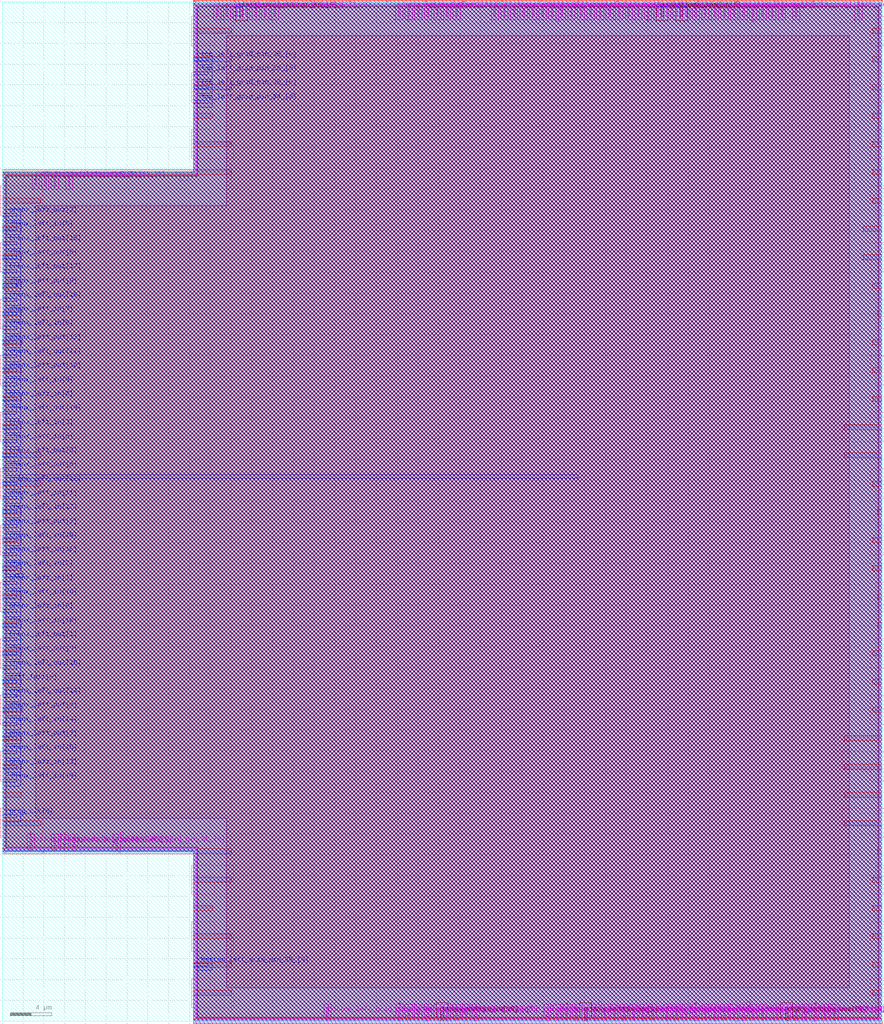
<source format=lef>
VERSION 5.7 ;
BUSBITCHARS "[]" ;

UNITS
  DATABASE MICRONS 1000 ;
END UNITS

MANUFACTURINGGRID 0.005 ;

LAYER nwell
  TYPE MASTERSLICE ;
END nwell

LAYER pwell
  TYPE MASTERSLICE ;
END pwell

LAYER fieldpoly
  TYPE MASTERSLICE ;
END fieldpoly

LAYER li1
  TYPE ROUTING ;
  DIRECTION VERTICAL ;
  PITCH 0.46 ;
  WIDTH 0.17 ;
END li1

LAYER mcon
  TYPE CUT ;
END mcon

LAYER met1
  TYPE ROUTING ;
  DIRECTION HORIZONTAL ;
  PITCH 0.34 ;
  WIDTH 0.14 ;
END met1

LAYER via
  TYPE CUT ;
END via

LAYER met2
  TYPE ROUTING ;
  DIRECTION VERTICAL ;
  PITCH 0.46 ;
  WIDTH 0.14 ;
END met2

LAYER via2
  TYPE CUT ;
END via2

LAYER met3
  TYPE ROUTING ;
  DIRECTION HORIZONTAL ;
  PITCH 0.68 ;
  WIDTH 0.3 ;
END met3

LAYER via3
  TYPE CUT ;
END via3

LAYER met4
  TYPE ROUTING ;
  DIRECTION VERTICAL ;
  PITCH 0.92 ;
  WIDTH 0.3 ;
END met4

LAYER via4
  TYPE CUT ;
END via4

LAYER met5
  TYPE ROUTING ;
  DIRECTION HORIZONTAL ;
  PITCH 3.4 ;
  WIDTH 1.6 ;
END met5

LAYER diff
  TYPE MASTERSLICE ;
END diff

LAYER licon1
  TYPE MASTERSLICE ;
END licon1

LAYER OVERLAP
  TYPE OVERLAP ;
END OVERLAP

VIA L1M1_PR
  LAYER li1 ;
    RECT -0.085 -0.085 0.085 0.085 ;
  LAYER mcon ;
    RECT -0.085 -0.085 0.085 0.085 ;
  LAYER met1 ;
    RECT -0.145 -0.115 0.145 0.115 ;
END L1M1_PR

VIA L1M1_PR_R
  LAYER li1 ;
    RECT -0.085 -0.085 0.085 0.085 ;
  LAYER mcon ;
    RECT -0.085 -0.085 0.085 0.085 ;
  LAYER met1 ;
    RECT -0.115 -0.145 0.115 0.145 ;
END L1M1_PR_R

VIA L1M1_PR_M
  LAYER li1 ;
    RECT -0.085 -0.085 0.085 0.085 ;
  LAYER mcon ;
    RECT -0.085 -0.085 0.085 0.085 ;
  LAYER met1 ;
    RECT -0.115 -0.145 0.115 0.145 ;
END L1M1_PR_M

VIA L1M1_PR_MR
  LAYER li1 ;
    RECT -0.085 -0.085 0.085 0.085 ;
  LAYER mcon ;
    RECT -0.085 -0.085 0.085 0.085 ;
  LAYER met1 ;
    RECT -0.145 -0.115 0.145 0.115 ;
END L1M1_PR_MR

VIA L1M1_PR_C
  LAYER li1 ;
    RECT -0.085 -0.085 0.085 0.085 ;
  LAYER mcon ;
    RECT -0.085 -0.085 0.085 0.085 ;
  LAYER met1 ;
    RECT -0.145 -0.145 0.145 0.145 ;
END L1M1_PR_C

VIA M1M2_PR
  LAYER met1 ;
    RECT -0.16 -0.13 0.16 0.13 ;
  LAYER via ;
    RECT -0.075 -0.075 0.075 0.075 ;
  LAYER met2 ;
    RECT -0.13 -0.16 0.13 0.16 ;
END M1M2_PR

VIA M1M2_PR_Enc
  LAYER met1 ;
    RECT -0.16 -0.13 0.16 0.13 ;
  LAYER via ;
    RECT -0.075 -0.075 0.075 0.075 ;
  LAYER met2 ;
    RECT -0.16 -0.13 0.16 0.13 ;
END M1M2_PR_Enc

VIA M1M2_PR_R
  LAYER met1 ;
    RECT -0.13 -0.16 0.13 0.16 ;
  LAYER via ;
    RECT -0.075 -0.075 0.075 0.075 ;
  LAYER met2 ;
    RECT -0.16 -0.13 0.16 0.13 ;
END M1M2_PR_R

VIA M1M2_PR_R_Enc
  LAYER met1 ;
    RECT -0.13 -0.16 0.13 0.16 ;
  LAYER via ;
    RECT -0.075 -0.075 0.075 0.075 ;
  LAYER met2 ;
    RECT -0.13 -0.16 0.13 0.16 ;
END M1M2_PR_R_Enc

VIA M1M2_PR_M
  LAYER met1 ;
    RECT -0.16 -0.13 0.16 0.13 ;
  LAYER via ;
    RECT -0.075 -0.075 0.075 0.075 ;
  LAYER met2 ;
    RECT -0.16 -0.13 0.16 0.13 ;
END M1M2_PR_M

VIA M1M2_PR_M_Enc
  LAYER met1 ;
    RECT -0.16 -0.13 0.16 0.13 ;
  LAYER via ;
    RECT -0.075 -0.075 0.075 0.075 ;
  LAYER met2 ;
    RECT -0.13 -0.16 0.13 0.16 ;
END M1M2_PR_M_Enc

VIA M1M2_PR_MR
  LAYER met1 ;
    RECT -0.13 -0.16 0.13 0.16 ;
  LAYER via ;
    RECT -0.075 -0.075 0.075 0.075 ;
  LAYER met2 ;
    RECT -0.13 -0.16 0.13 0.16 ;
END M1M2_PR_MR

VIA M1M2_PR_MR_Enc
  LAYER met1 ;
    RECT -0.13 -0.16 0.13 0.16 ;
  LAYER via ;
    RECT -0.075 -0.075 0.075 0.075 ;
  LAYER met2 ;
    RECT -0.16 -0.13 0.16 0.13 ;
END M1M2_PR_MR_Enc

VIA M1M2_PR_C
  LAYER met1 ;
    RECT -0.16 -0.16 0.16 0.16 ;
  LAYER via ;
    RECT -0.075 -0.075 0.075 0.075 ;
  LAYER met2 ;
    RECT -0.16 -0.16 0.16 0.16 ;
END M1M2_PR_C

VIA M2M3_PR
  LAYER met2 ;
    RECT -0.14 -0.185 0.14 0.185 ;
  LAYER via2 ;
    RECT -0.1 -0.1 0.1 0.1 ;
  LAYER met3 ;
    RECT -0.165 -0.165 0.165 0.165 ;
END M2M3_PR

VIA M2M3_PR_R
  LAYER met2 ;
    RECT -0.185 -0.14 0.185 0.14 ;
  LAYER via2 ;
    RECT -0.1 -0.1 0.1 0.1 ;
  LAYER met3 ;
    RECT -0.165 -0.165 0.165 0.165 ;
END M2M3_PR_R

VIA M2M3_PR_M
  LAYER met2 ;
    RECT -0.14 -0.185 0.14 0.185 ;
  LAYER via2 ;
    RECT -0.1 -0.1 0.1 0.1 ;
  LAYER met3 ;
    RECT -0.165 -0.165 0.165 0.165 ;
END M2M3_PR_M

VIA M2M3_PR_MR
  LAYER met2 ;
    RECT -0.185 -0.14 0.185 0.14 ;
  LAYER via2 ;
    RECT -0.1 -0.1 0.1 0.1 ;
  LAYER met3 ;
    RECT -0.165 -0.165 0.165 0.165 ;
END M2M3_PR_MR

VIA M2M3_PR_C
  LAYER met2 ;
    RECT -0.185 -0.185 0.185 0.185 ;
  LAYER via2 ;
    RECT -0.1 -0.1 0.1 0.1 ;
  LAYER met3 ;
    RECT -0.165 -0.165 0.165 0.165 ;
END M2M3_PR_C

VIA M3M4_PR
  LAYER met3 ;
    RECT -0.19 -0.16 0.19 0.16 ;
  LAYER via3 ;
    RECT -0.1 -0.1 0.1 0.1 ;
  LAYER met4 ;
    RECT -0.165 -0.165 0.165 0.165 ;
END M3M4_PR

VIA M3M4_PR_R
  LAYER met3 ;
    RECT -0.16 -0.19 0.16 0.19 ;
  LAYER via3 ;
    RECT -0.1 -0.1 0.1 0.1 ;
  LAYER met4 ;
    RECT -0.165 -0.165 0.165 0.165 ;
END M3M4_PR_R

VIA M3M4_PR_M
  LAYER met3 ;
    RECT -0.19 -0.16 0.19 0.16 ;
  LAYER via3 ;
    RECT -0.1 -0.1 0.1 0.1 ;
  LAYER met4 ;
    RECT -0.165 -0.165 0.165 0.165 ;
END M3M4_PR_M

VIA M3M4_PR_MR
  LAYER met3 ;
    RECT -0.16 -0.19 0.16 0.19 ;
  LAYER via3 ;
    RECT -0.1 -0.1 0.1 0.1 ;
  LAYER met4 ;
    RECT -0.165 -0.165 0.165 0.165 ;
END M3M4_PR_MR

VIA M3M4_PR_C
  LAYER met3 ;
    RECT -0.19 -0.19 0.19 0.19 ;
  LAYER via3 ;
    RECT -0.1 -0.1 0.1 0.1 ;
  LAYER met4 ;
    RECT -0.165 -0.165 0.165 0.165 ;
END M3M4_PR_C

VIA M4M5_PR
  LAYER met4 ;
    RECT -0.59 -0.59 0.59 0.59 ;
  LAYER via4 ;
    RECT -0.4 -0.4 0.4 0.4 ;
  LAYER met5 ;
    RECT -0.71 -0.71 0.71 0.71 ;
END M4M5_PR

VIA M4M5_PR_R
  LAYER met4 ;
    RECT -0.59 -0.59 0.59 0.59 ;
  LAYER via4 ;
    RECT -0.4 -0.4 0.4 0.4 ;
  LAYER met5 ;
    RECT -0.71 -0.71 0.71 0.71 ;
END M4M5_PR_R

VIA M4M5_PR_M
  LAYER met4 ;
    RECT -0.59 -0.59 0.59 0.59 ;
  LAYER via4 ;
    RECT -0.4 -0.4 0.4 0.4 ;
  LAYER met5 ;
    RECT -0.71 -0.71 0.71 0.71 ;
END M4M5_PR_M

VIA M4M5_PR_MR
  LAYER met4 ;
    RECT -0.59 -0.59 0.59 0.59 ;
  LAYER via4 ;
    RECT -0.4 -0.4 0.4 0.4 ;
  LAYER met5 ;
    RECT -0.71 -0.71 0.71 0.71 ;
END M4M5_PR_MR

VIA M4M5_PR_C
  LAYER met4 ;
    RECT -0.59 -0.59 0.59 0.59 ;
  LAYER via4 ;
    RECT -0.4 -0.4 0.4 0.4 ;
  LAYER met5 ;
    RECT -0.71 -0.71 0.71 0.71 ;
END M4M5_PR_C

SITE unit
  CLASS CORE ;
  SYMMETRY Y ;
  SIZE 0.46 BY 2.72 ;
END unit

SITE unithddbl
  CLASS CORE ;
  SIZE 0.46 BY 5.44 ;
END unithddbl

MACRO sb_2__1_
  CLASS BLOCK ;
  ORIGIN 0 0 ;
  SIZE 84.64 BY 97.92 ;
  SYMMETRY X Y ;
  PIN prog_clk[0]
    DIRECTION INPUT ;
    USE CLOCK ;
    PORT
      LAYER met3 ;
        RECT 0 19.57 1.38 19.87 ;
    END
  END prog_clk[0]
  PIN chany_top_in[0]
    DIRECTION INPUT ;
    USE SIGNAL ;
    PORT
      LAYER met2 ;
        RECT 51.91 96.56 52.05 97.92 ;
    END
  END chany_top_in[0]
  PIN chany_top_in[1]
    DIRECTION INPUT ;
    USE SIGNAL ;
    PORT
      LAYER met2 ;
        RECT 42.71 96.56 42.85 97.92 ;
    END
  END chany_top_in[1]
  PIN chany_top_in[2]
    DIRECTION INPUT ;
    USE SIGNAL ;
    PORT
      LAYER met2 ;
        RECT 60.19 96.56 60.33 97.92 ;
    END
  END chany_top_in[2]
  PIN chany_top_in[3]
    DIRECTION INPUT ;
    USE SIGNAL ;
    PORT
      LAYER met2 ;
        RECT 47.31 96.56 47.45 97.92 ;
    END
  END chany_top_in[3]
  PIN chany_top_in[4]
    DIRECTION INPUT ;
    USE SIGNAL ;
    PORT
      LAYER met4 ;
        RECT 63.33 96.56 63.63 97.92 ;
    END
  END chany_top_in[4]
  PIN chany_top_in[5]
    DIRECTION INPUT ;
    USE SIGNAL ;
    PORT
      LAYER met4 ;
        RECT 65.17 96.56 65.47 97.92 ;
    END
  END chany_top_in[5]
  PIN chany_top_in[6]
    DIRECTION INPUT ;
    USE SIGNAL ;
    PORT
      LAYER met2 ;
        RECT 63.87 96.56 64.01 97.92 ;
    END
  END chany_top_in[6]
  PIN chany_top_in[7]
    DIRECTION INPUT ;
    USE SIGNAL ;
    PORT
      LAYER met2 ;
        RECT 72.15 96.56 72.29 97.92 ;
    END
  END chany_top_in[7]
  PIN chany_top_in[8]
    DIRECTION INPUT ;
    USE SIGNAL ;
    PORT
      LAYER met2 ;
        RECT 50.99 96.56 51.13 97.92 ;
    END
  END chany_top_in[8]
  PIN chany_top_in[9]
    DIRECTION INPUT ;
    USE SIGNAL ;
    PORT
      LAYER met2 ;
        RECT 50.07 96.56 50.21 97.92 ;
    END
  END chany_top_in[9]
  PIN chany_top_in[10]
    DIRECTION INPUT ;
    USE SIGNAL ;
    PORT
      LAYER met2 ;
        RECT 64.79 96.56 64.93 97.92 ;
    END
  END chany_top_in[10]
  PIN chany_top_in[11]
    DIRECTION INPUT ;
    USE SIGNAL ;
    PORT
      LAYER met2 ;
        RECT 67.55 96.56 67.69 97.92 ;
    END
  END chany_top_in[11]
  PIN chany_top_in[12]
    DIRECTION INPUT ;
    USE SIGNAL ;
    PORT
      LAYER met2 ;
        RECT 70.31 96.56 70.45 97.92 ;
    END
  END chany_top_in[12]
  PIN chany_top_in[13]
    DIRECTION INPUT ;
    USE SIGNAL ;
    PORT
      LAYER met2 ;
        RECT 61.11 96.56 61.25 97.92 ;
    END
  END chany_top_in[13]
  PIN chany_top_in[14]
    DIRECTION INPUT ;
    USE SIGNAL ;
    PORT
      LAYER met2 ;
        RECT 68.47 96.56 68.61 97.92 ;
    END
  END chany_top_in[14]
  PIN chany_top_in[15]
    DIRECTION INPUT ;
    USE SIGNAL ;
    PORT
      LAYER met2 ;
        RECT 73.07 96.56 73.21 97.92 ;
    END
  END chany_top_in[15]
  PIN chany_top_in[16]
    DIRECTION INPUT ;
    USE SIGNAL ;
    PORT
      LAYER met2 ;
        RECT 58.35 96.56 58.49 97.92 ;
    END
  END chany_top_in[16]
  PIN chany_top_in[17]
    DIRECTION INPUT ;
    USE SIGNAL ;
    PORT
      LAYER met2 ;
        RECT 65.71 96.56 65.85 97.92 ;
    END
  END chany_top_in[17]
  PIN chany_top_in[18]
    DIRECTION INPUT ;
    USE SIGNAL ;
    PORT
      LAYER met2 ;
        RECT 57.43 96.56 57.57 97.92 ;
    END
  END chany_top_in[18]
  PIN chany_top_in[19]
    DIRECTION INPUT ;
    USE SIGNAL ;
    PORT
      LAYER met2 ;
        RECT 62.03 96.56 62.17 97.92 ;
    END
  END chany_top_in[19]
  PIN top_left_grid_pin_34_[0]
    DIRECTION INPUT ;
    USE SIGNAL ;
    PORT
      LAYER met3 ;
        RECT 18.4 88.25 19.78 88.55 ;
    END
  END top_left_grid_pin_34_[0]
  PIN top_left_grid_pin_35_[0]
    DIRECTION INPUT ;
    USE SIGNAL ;
    PORT
      LAYER met3 ;
        RECT 18.4 92.33 19.78 92.63 ;
    END
  END top_left_grid_pin_35_[0]
  PIN top_left_grid_pin_36_[0]
    DIRECTION INPUT ;
    USE SIGNAL ;
    PORT
      LAYER met3 ;
        RECT 18.4 90.97 19.78 91.27 ;
    END
  END top_left_grid_pin_36_[0]
  PIN top_left_grid_pin_37_[0]
    DIRECTION INPUT ;
    USE SIGNAL ;
    PORT
      LAYER met2 ;
        RECT 4.99 80.24 5.13 81.6 ;
    END
  END top_left_grid_pin_37_[0]
  PIN top_left_grid_pin_38_[0]
    DIRECTION INPUT ;
    USE SIGNAL ;
    PORT
      LAYER met3 ;
        RECT 18.4 89.61 19.78 89.91 ;
    END
  END top_left_grid_pin_38_[0]
  PIN top_left_grid_pin_39_[0]
    DIRECTION INPUT ;
    USE SIGNAL ;
    PORT
      LAYER met2 ;
        RECT 20.63 96.56 20.77 97.92 ;
    END
  END top_left_grid_pin_39_[0]
  PIN top_left_grid_pin_40_[0]
    DIRECTION INPUT ;
    USE SIGNAL ;
    PORT
      LAYER met2 ;
        RECT 21.55 96.56 21.69 97.92 ;
    END
  END top_left_grid_pin_40_[0]
  PIN top_left_grid_pin_41_[0]
    DIRECTION INPUT ;
    USE SIGNAL ;
    PORT
      LAYER met2 ;
        RECT 6.37 80.24 6.51 81.6 ;
    END
  END top_left_grid_pin_41_[0]
  PIN top_right_grid_pin_1_[0]
    DIRECTION INPUT ;
    USE SIGNAL ;
    PORT
      LAYER met2 ;
        RECT 73.99 96.56 74.13 97.92 ;
    END
  END top_right_grid_pin_1_[0]
  PIN chany_bottom_in[0]
    DIRECTION INPUT ;
    USE SIGNAL ;
    PORT
      LAYER met4 ;
        RECT 55.97 0 56.27 1.36 ;
    END
  END chany_bottom_in[0]
  PIN chany_bottom_in[1]
    DIRECTION INPUT ;
    USE SIGNAL ;
    PORT
      LAYER met2 ;
        RECT 44.55 0 44.69 1.36 ;
    END
  END chany_bottom_in[1]
  PIN chany_bottom_in[2]
    DIRECTION INPUT ;
    USE SIGNAL ;
    PORT
      LAYER met2 ;
        RECT 71.23 0 71.37 1.36 ;
    END
  END chany_bottom_in[2]
  PIN chany_bottom_in[3]
    DIRECTION INPUT ;
    USE SIGNAL ;
    PORT
      LAYER met2 ;
        RECT 76.29 0 76.43 1.36 ;
    END
  END chany_bottom_in[3]
  PIN chany_bottom_in[4]
    DIRECTION INPUT ;
    USE SIGNAL ;
    PORT
      LAYER met2 ;
        RECT 58.81 0 58.95 1.36 ;
    END
  END chany_bottom_in[4]
  PIN chany_bottom_in[5]
    DIRECTION INPUT ;
    USE SIGNAL ;
    PORT
      LAYER met2 ;
        RECT 65.71 0 65.85 1.36 ;
    END
  END chany_bottom_in[5]
  PIN chany_bottom_in[6]
    DIRECTION INPUT ;
    USE SIGNAL ;
    PORT
      LAYER met2 ;
        RECT 63.87 0 64.01 1.36 ;
    END
  END chany_bottom_in[6]
  PIN chany_bottom_in[7]
    DIRECTION INPUT ;
    USE SIGNAL ;
    PORT
      LAYER met2 ;
        RECT 53.29 0 53.43 1.36 ;
    END
  END chany_bottom_in[7]
  PIN chany_bottom_in[8]
    DIRECTION INPUT ;
    USE SIGNAL ;
    PORT
      LAYER met2 ;
        RECT 73.07 0 73.21 1.36 ;
    END
  END chany_bottom_in[8]
  PIN chany_bottom_in[9]
    DIRECTION INPUT ;
    USE SIGNAL ;
    PORT
      LAYER met2 ;
        RECT 52.37 0 52.51 1.36 ;
    END
  END chany_bottom_in[9]
  PIN chany_bottom_in[10]
    DIRECTION INPUT ;
    USE SIGNAL ;
    PORT
      LAYER met2 ;
        RECT 57.89 0 58.03 1.36 ;
    END
  END chany_bottom_in[10]
  PIN chany_bottom_in[11]
    DIRECTION INPUT ;
    USE SIGNAL ;
    PORT
      LAYER met2 ;
        RECT 70.31 0 70.45 1.36 ;
    END
  END chany_bottom_in[11]
  PIN chany_bottom_in[12]
    DIRECTION INPUT ;
    USE SIGNAL ;
    PORT
      LAYER met2 ;
        RECT 61.57 0 61.71 1.36 ;
    END
  END chany_bottom_in[12]
  PIN chany_bottom_in[13]
    DIRECTION INPUT ;
    USE SIGNAL ;
    PORT
      LAYER met2 ;
        RECT 55.13 0 55.27 1.36 ;
    END
  END chany_bottom_in[13]
  PIN chany_bottom_in[14]
    DIRECTION INPUT ;
    USE SIGNAL ;
    PORT
      LAYER met2 ;
        RECT 56.05 0 56.19 1.36 ;
    END
  END chany_bottom_in[14]
  PIN chany_bottom_in[15]
    DIRECTION INPUT ;
    USE SIGNAL ;
    PORT
      LAYER met4 ;
        RECT 42.17 0 42.47 1.36 ;
    END
  END chany_bottom_in[15]
  PIN chany_bottom_in[16]
    DIRECTION INPUT ;
    USE SIGNAL ;
    PORT
      LAYER met2 ;
        RECT 60.65 0 60.79 1.36 ;
    END
  END chany_bottom_in[16]
  PIN chany_bottom_in[17]
    DIRECTION INPUT ;
    USE SIGNAL ;
    PORT
      LAYER met2 ;
        RECT 72.15 0 72.29 1.36 ;
    END
  END chany_bottom_in[17]
  PIN chany_bottom_in[18]
    DIRECTION INPUT ;
    USE SIGNAL ;
    PORT
      LAYER met2 ;
        RECT 62.49 0 62.63 1.36 ;
    END
  END chany_bottom_in[18]
  PIN chany_bottom_in[19]
    DIRECTION INPUT ;
    USE SIGNAL ;
    PORT
      LAYER met2 ;
        RECT 69.39 0 69.53 1.36 ;
    END
  END chany_bottom_in[19]
  PIN bottom_right_grid_pin_1_[0]
    DIRECTION INPUT ;
    USE SIGNAL ;
    PORT
      LAYER met2 ;
        RECT 74.45 0 74.59 1.36 ;
    END
  END bottom_right_grid_pin_1_[0]
  PIN bottom_left_grid_pin_34_[0]
    DIRECTION INPUT ;
    USE SIGNAL ;
    PORT
      LAYER met2 ;
        RECT 45.47 0 45.61 1.36 ;
    END
  END bottom_left_grid_pin_34_[0]
  PIN bottom_left_grid_pin_35_[0]
    DIRECTION INPUT ;
    USE SIGNAL ;
    PORT
      LAYER met3 ;
        RECT 18.4 5.29 19.78 5.59 ;
    END
  END bottom_left_grid_pin_35_[0]
  PIN bottom_left_grid_pin_36_[0]
    DIRECTION INPUT ;
    USE SIGNAL ;
    PORT
      LAYER met2 ;
        RECT 5.91 16.32 6.05 17.68 ;
    END
  END bottom_left_grid_pin_36_[0]
  PIN bottom_left_grid_pin_37_[0]
    DIRECTION INPUT ;
    USE SIGNAL ;
    PORT
      LAYER met2 ;
        RECT 31.21 0 31.35 1.36 ;
    END
  END bottom_left_grid_pin_37_[0]
  PIN bottom_left_grid_pin_38_[0]
    DIRECTION INPUT ;
    USE SIGNAL ;
    PORT
      LAYER met2 ;
        RECT 10.97 16.32 11.11 17.68 ;
    END
  END bottom_left_grid_pin_38_[0]
  PIN bottom_left_grid_pin_39_[0]
    DIRECTION INPUT ;
    USE SIGNAL ;
    PORT
      LAYER met2 ;
        RECT 4.99 16.32 5.13 17.68 ;
    END
  END bottom_left_grid_pin_39_[0]
  PIN bottom_left_grid_pin_40_[0]
    DIRECTION INPUT ;
    USE SIGNAL ;
    PORT
      LAYER met2 ;
        RECT 6.83 16.32 6.97 17.68 ;
    END
  END bottom_left_grid_pin_40_[0]
  PIN bottom_left_grid_pin_41_[0]
    DIRECTION INPUT ;
    USE SIGNAL ;
    PORT
      LAYER met2 ;
        RECT 2.69 16.32 2.83 17.68 ;
    END
  END bottom_left_grid_pin_41_[0]
  PIN chanx_left_in[0]
    DIRECTION INPUT ;
    USE SIGNAL ;
    PORT
      LAYER met3 ;
        RECT 0 39.29 1.38 39.59 ;
    END
  END chanx_left_in[0]
  PIN chanx_left_in[1]
    DIRECTION INPUT ;
    USE SIGNAL ;
    PORT
      LAYER met3 ;
        RECT 0 42.01 1.38 42.31 ;
    END
  END chanx_left_in[1]
  PIN chanx_left_in[2]
    DIRECTION INPUT ;
    USE SIGNAL ;
    PORT
      LAYER met3 ;
        RECT 0 43.37 1.38 43.67 ;
    END
  END chanx_left_in[2]
  PIN chanx_left_in[3]
    DIRECTION INPUT ;
    USE SIGNAL ;
    PORT
      LAYER met3 ;
        RECT 0 56.97 1.38 57.27 ;
    END
  END chanx_left_in[3]
  PIN chanx_left_in[4]
    DIRECTION INPUT ;
    USE SIGNAL ;
    PORT
      LAYER met3 ;
        RECT 0 59.69 1.38 59.99 ;
    END
  END chanx_left_in[4]
  PIN chanx_left_in[5]
    DIRECTION INPUT ;
    USE SIGNAL ;
    PORT
      LAYER met3 ;
        RECT 0 76.01 1.38 76.31 ;
    END
  END chanx_left_in[5]
  PIN chanx_left_in[6]
    DIRECTION INPUT ;
    USE SIGNAL ;
    PORT
      LAYER met3 ;
        RECT 0 55.61 1.38 55.91 ;
    END
  END chanx_left_in[6]
  PIN chanx_left_in[7]
    DIRECTION INPUT ;
    USE SIGNAL ;
    PORT
      LAYER met3 ;
        RECT 0 67.85 1.38 68.15 ;
    END
  END chanx_left_in[7]
  PIN chanx_left_in[8]
    DIRECTION INPUT ;
    USE SIGNAL ;
    PORT
      LAYER met3 ;
        RECT 0 61.05 1.38 61.35 ;
    END
  END chanx_left_in[8]
  PIN chanx_left_in[9]
    DIRECTION INPUT ;
    USE SIGNAL ;
    PORT
      LAYER met3 ;
        RECT 0 66.49 1.38 66.79 ;
    END
  END chanx_left_in[9]
  PIN chanx_left_in[10]
    DIRECTION INPUT ;
    USE SIGNAL ;
    PORT
      LAYER met3 ;
        RECT 0 40.65 1.38 40.95 ;
    END
  END chanx_left_in[10]
  PIN chanx_left_in[11]
    DIRECTION INPUT ;
    USE SIGNAL ;
    PORT
      LAYER met3 ;
        RECT 0 50.17 1.38 50.47 ;
    END
  END chanx_left_in[11]
  PIN chanx_left_in[12]
    DIRECTION INPUT ;
    USE SIGNAL ;
    PORT
      LAYER met3 ;
        RECT 0 37.93 1.38 38.23 ;
    END
  END chanx_left_in[12]
  PIN chanx_left_in[13]
    DIRECTION INPUT ;
    USE SIGNAL ;
    PORT
      LAYER met3 ;
        RECT 0 24.33 1.38 24.63 ;
    END
  END chanx_left_in[13]
  PIN chanx_left_in[14]
    DIRECTION INPUT ;
    USE SIGNAL ;
    PORT
      LAYER met3 ;
        RECT 0 28.41 1.38 28.71 ;
    END
  END chanx_left_in[14]
  PIN chanx_left_in[15]
    DIRECTION INPUT ;
    USE SIGNAL ;
    PORT
      LAYER met3 ;
        RECT 0 25.69 1.38 25.99 ;
    END
  END chanx_left_in[15]
  PIN chanx_left_in[16]
    DIRECTION INPUT ;
    USE SIGNAL ;
    PORT
      LAYER met3 ;
        RECT 0 44.73 1.38 45.03 ;
    END
  END chanx_left_in[16]
  PIN chanx_left_in[17]
    DIRECTION INPUT ;
    USE SIGNAL ;
    PORT
      LAYER met3 ;
        RECT 0 48.81 1.38 49.11 ;
    END
  END chanx_left_in[17]
  PIN chanx_left_in[18]
    DIRECTION INPUT ;
    USE SIGNAL ;
    PORT
      LAYER met3 ;
        RECT 0 22.97 1.38 23.27 ;
    END
  END chanx_left_in[18]
  PIN chanx_left_in[19]
    DIRECTION INPUT ;
    USE SIGNAL ;
    PORT
      LAYER met3 ;
        RECT 0 46.09 1.38 46.39 ;
    END
  END chanx_left_in[19]
  PIN left_top_grid_pin_42_[0]
    DIRECTION INPUT ;
    USE SIGNAL ;
    PORT
      LAYER met2 ;
        RECT 25.23 96.56 25.37 97.92 ;
    END
  END left_top_grid_pin_42_[0]
  PIN left_top_grid_pin_43_[0]
    DIRECTION INPUT ;
    USE SIGNAL ;
    PORT
      LAYER met2 ;
        RECT 26.15 96.56 26.29 97.92 ;
    END
  END left_top_grid_pin_43_[0]
  PIN left_top_grid_pin_44_[0]
    DIRECTION INPUT ;
    USE SIGNAL ;
    PORT
      LAYER met2 ;
        RECT 23.39 96.56 23.53 97.92 ;
    END
  END left_top_grid_pin_44_[0]
  PIN left_top_grid_pin_45_[0]
    DIRECTION INPUT ;
    USE SIGNAL ;
    PORT
      LAYER met2 ;
        RECT 24.31 96.56 24.45 97.92 ;
    END
  END left_top_grid_pin_45_[0]
  PIN left_top_grid_pin_46_[0]
    DIRECTION INPUT ;
    USE SIGNAL ;
    PORT
      LAYER met4 ;
        RECT 22.85 96.56 23.15 97.92 ;
    END
  END left_top_grid_pin_46_[0]
  PIN left_top_grid_pin_47_[0]
    DIRECTION INPUT ;
    USE SIGNAL ;
    PORT
      LAYER met2 ;
        RECT 3.15 80.24 3.29 81.6 ;
    END
  END left_top_grid_pin_47_[0]
  PIN left_top_grid_pin_48_[0]
    DIRECTION INPUT ;
    USE SIGNAL ;
    PORT
      LAYER met2 ;
        RECT 22.47 96.56 22.61 97.92 ;
    END
  END left_top_grid_pin_48_[0]
  PIN left_top_grid_pin_49_[0]
    DIRECTION INPUT ;
    USE SIGNAL ;
    PORT
      LAYER met2 ;
        RECT 4.07 80.24 4.21 81.6 ;
    END
  END left_top_grid_pin_49_[0]
  PIN ccff_head[0]
    DIRECTION INPUT ;
    USE SIGNAL ;
    PORT
      LAYER met2 ;
        RECT 82.27 96.56 82.41 97.92 ;
    END
  END ccff_head[0]
  PIN chany_top_out[0]
    DIRECTION OUTPUT ;
    USE SIGNAL ;
    PORT
      LAYER met2 ;
        RECT 39.95 96.56 40.09 97.92 ;
    END
  END chany_top_out[0]
  PIN chany_top_out[1]
    DIRECTION OUTPUT ;
    USE SIGNAL ;
    PORT
      LAYER met2 ;
        RECT 39.03 96.56 39.17 97.92 ;
    END
  END chany_top_out[1]
  PIN chany_top_out[2]
    DIRECTION OUTPUT ;
    USE SIGNAL ;
    PORT
      LAYER met2 ;
        RECT 41.79 96.56 41.93 97.92 ;
    END
  END chany_top_out[2]
  PIN chany_top_out[3]
    DIRECTION OUTPUT ;
    USE SIGNAL ;
    PORT
      LAYER met2 ;
        RECT 49.15 96.56 49.29 97.92 ;
    END
  END chany_top_out[3]
  PIN chany_top_out[4]
    DIRECTION OUTPUT ;
    USE SIGNAL ;
    PORT
      LAYER met2 ;
        RECT 62.95 96.56 63.09 97.92 ;
    END
  END chany_top_out[4]
  PIN chany_top_out[5]
    DIRECTION OUTPUT ;
    USE SIGNAL ;
    PORT
      LAYER met2 ;
        RECT 69.39 96.56 69.53 97.92 ;
    END
  END chany_top_out[5]
  PIN chany_top_out[6]
    DIRECTION OUTPUT ;
    USE SIGNAL ;
    PORT
      LAYER met2 ;
        RECT 71.23 96.56 71.37 97.92 ;
    END
  END chany_top_out[6]
  PIN chany_top_out[7]
    DIRECTION OUTPUT ;
    USE SIGNAL ;
    PORT
      LAYER met2 ;
        RECT 48.23 96.56 48.37 97.92 ;
    END
  END chany_top_out[7]
  PIN chany_top_out[8]
    DIRECTION OUTPUT ;
    USE SIGNAL ;
    PORT
      LAYER met2 ;
        RECT 40.87 96.56 41.01 97.92 ;
    END
  END chany_top_out[8]
  PIN chany_top_out[9]
    DIRECTION OUTPUT ;
    USE SIGNAL ;
    PORT
      LAYER met2 ;
        RECT 56.51 96.56 56.65 97.92 ;
    END
  END chany_top_out[9]
  PIN chany_top_out[10]
    DIRECTION OUTPUT ;
    USE SIGNAL ;
    PORT
      LAYER met2 ;
        RECT 52.83 96.56 52.97 97.92 ;
    END
  END chany_top_out[10]
  PIN chany_top_out[11]
    DIRECTION OUTPUT ;
    USE SIGNAL ;
    PORT
      LAYER met2 ;
        RECT 54.67 96.56 54.81 97.92 ;
    END
  END chany_top_out[11]
  PIN chany_top_out[12]
    DIRECTION OUTPUT ;
    USE SIGNAL ;
    PORT
      LAYER met2 ;
        RECT 59.27 96.56 59.41 97.92 ;
    END
  END chany_top_out[12]
  PIN chany_top_out[13]
    DIRECTION OUTPUT ;
    USE SIGNAL ;
    PORT
      LAYER met2 ;
        RECT 74.91 96.56 75.05 97.92 ;
    END
  END chany_top_out[13]
  PIN chany_top_out[14]
    DIRECTION OUTPUT ;
    USE SIGNAL ;
    PORT
      LAYER met2 ;
        RECT 55.59 96.56 55.73 97.92 ;
    END
  END chany_top_out[14]
  PIN chany_top_out[15]
    DIRECTION OUTPUT ;
    USE SIGNAL ;
    PORT
      LAYER met2 ;
        RECT 38.11 96.56 38.25 97.92 ;
    END
  END chany_top_out[15]
  PIN chany_top_out[16]
    DIRECTION OUTPUT ;
    USE SIGNAL ;
    PORT
      LAYER met2 ;
        RECT 66.63 96.56 66.77 97.92 ;
    END
  END chany_top_out[16]
  PIN chany_top_out[17]
    DIRECTION OUTPUT ;
    USE SIGNAL ;
    PORT
      LAYER met2 ;
        RECT 76.29 96.56 76.43 97.92 ;
    END
  END chany_top_out[17]
  PIN chany_top_out[18]
    DIRECTION OUTPUT ;
    USE SIGNAL ;
    PORT
      LAYER met2 ;
        RECT 53.75 96.56 53.89 97.92 ;
    END
  END chany_top_out[18]
  PIN chany_top_out[19]
    DIRECTION OUTPUT ;
    USE SIGNAL ;
    PORT
      LAYER met2 ;
        RECT 43.63 96.56 43.77 97.92 ;
    END
  END chany_top_out[19]
  PIN chany_bottom_out[0]
    DIRECTION OUTPUT ;
    USE SIGNAL ;
    PORT
      LAYER met2 ;
        RECT 39.95 0 40.09 1.36 ;
    END
  END chany_bottom_out[0]
  PIN chany_bottom_out[1]
    DIRECTION OUTPUT ;
    USE SIGNAL ;
    PORT
      LAYER met2 ;
        RECT 38.11 0 38.25 1.36 ;
    END
  END chany_bottom_out[1]
  PIN chany_bottom_out[2]
    DIRECTION OUTPUT ;
    USE SIGNAL ;
    PORT
      LAYER met2 ;
        RECT 42.71 0 42.85 1.36 ;
    END
  END chany_bottom_out[2]
  PIN chany_bottom_out[3]
    DIRECTION OUTPUT ;
    USE SIGNAL ;
    PORT
      LAYER met2 ;
        RECT 54.21 0 54.35 1.36 ;
    END
  END chany_bottom_out[3]
  PIN chany_bottom_out[4]
    DIRECTION OUTPUT ;
    USE SIGNAL ;
    PORT
      LAYER met2 ;
        RECT 67.55 0 67.69 1.36 ;
    END
  END chany_bottom_out[4]
  PIN chany_bottom_out[5]
    DIRECTION OUTPUT ;
    USE SIGNAL ;
    PORT
      LAYER met2 ;
        RECT 64.79 0 64.93 1.36 ;
    END
  END chany_bottom_out[5]
  PIN chany_bottom_out[6]
    DIRECTION OUTPUT ;
    USE SIGNAL ;
    PORT
      LAYER met2 ;
        RECT 66.63 0 66.77 1.36 ;
    END
  END chany_bottom_out[6]
  PIN chany_bottom_out[7]
    DIRECTION OUTPUT ;
    USE SIGNAL ;
    PORT
      LAYER met2 ;
        RECT 39.03 0 39.17 1.36 ;
    END
  END chany_bottom_out[7]
  PIN chany_bottom_out[8]
    DIRECTION OUTPUT ;
    USE SIGNAL ;
    PORT
      LAYER met4 ;
        RECT 75.29 0 75.59 1.36 ;
    END
  END chany_bottom_out[8]
  PIN chany_bottom_out[9]
    DIRECTION OUTPUT ;
    USE SIGNAL ;
    PORT
      LAYER met2 ;
        RECT 43.63 0 43.77 1.36 ;
    END
  END chany_bottom_out[9]
  PIN chany_bottom_out[10]
    DIRECTION OUTPUT ;
    USE SIGNAL ;
    PORT
      LAYER met2 ;
        RECT 78.13 0 78.27 1.36 ;
    END
  END chany_bottom_out[10]
  PIN chany_bottom_out[11]
    DIRECTION OUTPUT ;
    USE SIGNAL ;
    PORT
      LAYER met2 ;
        RECT 59.73 0 59.87 1.36 ;
    END
  END chany_bottom_out[11]
  PIN chany_bottom_out[12]
    DIRECTION OUTPUT ;
    USE SIGNAL ;
    PORT
      LAYER met2 ;
        RECT 75.37 0 75.51 1.36 ;
    END
  END chany_bottom_out[12]
  PIN chany_bottom_out[13]
    DIRECTION OUTPUT ;
    USE SIGNAL ;
    PORT
      LAYER met2 ;
        RECT 79.97 0 80.11 1.36 ;
    END
  END chany_bottom_out[13]
  PIN chany_bottom_out[14]
    DIRECTION OUTPUT ;
    USE SIGNAL ;
    PORT
      LAYER met2 ;
        RECT 68.47 0 68.61 1.36 ;
    END
  END chany_bottom_out[14]
  PIN chany_bottom_out[15]
    DIRECTION OUTPUT ;
    USE SIGNAL ;
    PORT
      LAYER met2 ;
        RECT 41.79 0 41.93 1.36 ;
    END
  END chany_bottom_out[15]
  PIN chany_bottom_out[16]
    DIRECTION OUTPUT ;
    USE SIGNAL ;
    PORT
      LAYER met2 ;
        RECT 77.21 0 77.35 1.36 ;
    END
  END chany_bottom_out[16]
  PIN chany_bottom_out[17]
    DIRECTION OUTPUT ;
    USE SIGNAL ;
    PORT
      LAYER met2 ;
        RECT 79.05 0 79.19 1.36 ;
    END
  END chany_bottom_out[17]
  PIN chany_bottom_out[18]
    DIRECTION OUTPUT ;
    USE SIGNAL ;
    PORT
      LAYER met2 ;
        RECT 56.97 0 57.11 1.36 ;
    END
  END chany_bottom_out[18]
  PIN chany_bottom_out[19]
    DIRECTION OUTPUT ;
    USE SIGNAL ;
    PORT
      LAYER met2 ;
        RECT 40.87 0 41.01 1.36 ;
    END
  END chany_bottom_out[19]
  PIN chanx_left_out[0]
    DIRECTION OUTPUT ;
    USE SIGNAL ;
    PORT
      LAYER met3 ;
        RECT 0 35.21 1.38 35.51 ;
    END
  END chanx_left_out[0]
  PIN chanx_left_out[1]
    DIRECTION OUTPUT ;
    USE SIGNAL ;
    PORT
      LAYER met3 ;
        RECT 0 36.57 1.38 36.87 ;
    END
  END chanx_left_out[1]
  PIN chanx_left_out[2]
    DIRECTION OUTPUT ;
    USE SIGNAL ;
    PORT
      LAYER met3 ;
        RECT 0 77.37 1.38 77.67 ;
    END
  END chanx_left_out[2]
  PIN chanx_left_out[3]
    DIRECTION OUTPUT ;
    USE SIGNAL ;
    PORT
      LAYER met3 ;
        RECT 0 47.45 1.38 47.75 ;
    END
  END chanx_left_out[3]
  PIN chanx_left_out[4]
    DIRECTION OUTPUT ;
    USE SIGNAL ;
    PORT
      LAYER met3 ;
        RECT 0 29.77 1.38 30.07 ;
    END
  END chanx_left_out[4]
  PIN chanx_left_out[5]
    DIRECTION OUTPUT ;
    USE SIGNAL ;
    PORT
      LAYER met3 ;
        RECT 0 73.29 1.38 73.59 ;
    END
  END chanx_left_out[5]
  PIN chanx_left_out[6]
    DIRECTION OUTPUT ;
    USE SIGNAL ;
    PORT
      LAYER met3 ;
        RECT 0 52.89 1.38 53.19 ;
    END
  END chanx_left_out[6]
  PIN chanx_left_out[7]
    DIRECTION OUTPUT ;
    USE SIGNAL ;
    PORT
      LAYER met3 ;
        RECT 0 27.05 1.38 27.35 ;
    END
  END chanx_left_out[7]
  PIN chanx_left_out[8]
    DIRECTION OUTPUT ;
    USE SIGNAL ;
    PORT
      LAYER met3 ;
        RECT 0 54.25 1.38 54.55 ;
    END
  END chanx_left_out[8]
  PIN chanx_left_out[9]
    DIRECTION OUTPUT ;
    USE SIGNAL ;
    PORT
      LAYER met3 ;
        RECT 0 70.57 1.38 70.87 ;
    END
  END chanx_left_out[9]
  PIN chanx_left_out[10]
    DIRECTION OUTPUT ;
    USE SIGNAL ;
    PORT
      LAYER met3 ;
        RECT 0 62.41 1.38 62.71 ;
    END
  END chanx_left_out[10]
  PIN chanx_left_out[11]
    DIRECTION OUTPUT ;
    USE SIGNAL ;
    PORT
      LAYER met3 ;
        RECT 0 63.77 1.38 64.07 ;
    END
  END chanx_left_out[11]
  PIN chanx_left_out[12]
    DIRECTION OUTPUT ;
    USE SIGNAL ;
    PORT
      LAYER met3 ;
        RECT 0 51.53 1.38 51.83 ;
    END
  END chanx_left_out[12]
  PIN chanx_left_out[13]
    DIRECTION OUTPUT ;
    USE SIGNAL ;
    PORT
      LAYER met3 ;
        RECT 0 65.13 1.38 65.43 ;
    END
  END chanx_left_out[13]
  PIN chanx_left_out[14]
    DIRECTION OUTPUT ;
    USE SIGNAL ;
    PORT
      LAYER met3 ;
        RECT 0 31.13 1.38 31.43 ;
    END
  END chanx_left_out[14]
  PIN chanx_left_out[15]
    DIRECTION OUTPUT ;
    USE SIGNAL ;
    PORT
      LAYER met3 ;
        RECT 0 74.65 1.38 74.95 ;
    END
  END chanx_left_out[15]
  PIN chanx_left_out[16]
    DIRECTION OUTPUT ;
    USE SIGNAL ;
    PORT
      LAYER met3 ;
        RECT 0 33.85 1.38 34.15 ;
    END
  END chanx_left_out[16]
  PIN chanx_left_out[17]
    DIRECTION OUTPUT ;
    USE SIGNAL ;
    PORT
      LAYER met3 ;
        RECT 0 71.93 1.38 72.23 ;
    END
  END chanx_left_out[17]
  PIN chanx_left_out[18]
    DIRECTION OUTPUT ;
    USE SIGNAL ;
    PORT
      LAYER met3 ;
        RECT 0 58.33 1.38 58.63 ;
    END
  END chanx_left_out[18]
  PIN chanx_left_out[19]
    DIRECTION OUTPUT ;
    USE SIGNAL ;
    PORT
      LAYER met3 ;
        RECT 0 69.21 1.38 69.51 ;
    END
  END chanx_left_out[19]
  PIN ccff_tail[0]
    DIRECTION OUTPUT ;
    USE SIGNAL ;
    PORT
      LAYER met3 ;
        RECT 0 32.49 1.38 32.79 ;
    END
  END ccff_tail[0]
  PIN VDD
    DIRECTION INPUT ;
    USE POWER ;
  END VDD
  PIN VSS
    DIRECTION INPUT ;
    USE GROUND ;
  END VSS
  OBS
    LAYER li1 ;
      RECT 18.4 97.835 84.64 98.005 ;
      RECT 83.72 95.115 84.64 95.285 ;
      RECT 18.4 95.115 22.08 95.285 ;
      RECT 83.72 92.395 84.64 92.565 ;
      RECT 18.4 92.395 22.08 92.565 ;
      RECT 83.72 89.675 84.64 89.845 ;
      RECT 18.4 89.675 22.08 89.845 ;
      RECT 83.72 86.955 84.64 87.125 ;
      RECT 18.4 86.955 20.24 87.125 ;
      RECT 83.72 84.235 84.64 84.405 ;
      RECT 18.4 84.235 22.08 84.405 ;
      RECT 83.72 81.515 84.64 81.685 ;
      RECT 0 81.515 22.08 81.685 ;
      RECT 83.72 78.795 84.64 78.965 ;
      RECT 0 78.795 3.68 78.965 ;
      RECT 82.8 76.075 84.64 76.245 ;
      RECT 0 76.075 1.84 76.245 ;
      RECT 82.8 73.355 84.64 73.525 ;
      RECT 0 73.355 1.84 73.525 ;
      RECT 83.72 70.635 84.64 70.805 ;
      RECT 0 70.635 1.84 70.805 ;
      RECT 84.18 67.915 84.64 68.085 ;
      RECT 0 67.915 1.84 68.085 ;
      RECT 83.72 65.195 84.64 65.365 ;
      RECT 0 65.195 1.84 65.365 ;
      RECT 83.72 62.475 84.64 62.645 ;
      RECT 0 62.475 1.84 62.645 ;
      RECT 83.72 59.755 84.64 59.925 ;
      RECT 0 59.755 1.84 59.925 ;
      RECT 80.96 57.035 84.64 57.205 ;
      RECT 0 57.035 1.84 57.205 ;
      RECT 80.96 54.315 84.64 54.485 ;
      RECT 0 54.315 3.68 54.485 ;
      RECT 83.72 51.595 84.64 51.765 ;
      RECT 0 51.595 3.68 51.765 ;
      RECT 84.18 48.875 84.64 49.045 ;
      RECT 0 48.875 1.84 49.045 ;
      RECT 83.72 46.155 84.64 46.325 ;
      RECT 0 46.155 1.84 46.325 ;
      RECT 83.72 43.435 84.64 43.605 ;
      RECT 0 43.435 1.84 43.605 ;
      RECT 84.18 40.715 84.64 40.885 ;
      RECT 0 40.715 1.84 40.885 ;
      RECT 84.18 37.995 84.64 38.165 ;
      RECT 0 37.995 1.84 38.165 ;
      RECT 83.72 35.275 84.64 35.445 ;
      RECT 0 35.275 1.84 35.445 ;
      RECT 83.72 32.555 84.64 32.725 ;
      RECT 0 32.555 1.84 32.725 ;
      RECT 83.72 29.835 84.64 30.005 ;
      RECT 0 29.835 1.84 30.005 ;
      RECT 80.96 27.115 84.64 27.285 ;
      RECT 0 27.115 1.84 27.285 ;
      RECT 80.96 24.395 84.64 24.565 ;
      RECT 0 24.395 1.84 24.565 ;
      RECT 80.96 21.675 84.64 21.845 ;
      RECT 0 21.675 1.84 21.845 ;
      RECT 80.96 18.955 84.64 19.125 ;
      RECT 0 18.955 3.68 19.125 ;
      RECT 84.18 16.235 84.64 16.405 ;
      RECT 0 16.235 22.08 16.405 ;
      RECT 83.72 13.515 84.64 13.685 ;
      RECT 18.4 13.515 22.08 13.685 ;
      RECT 83.72 10.795 84.64 10.965 ;
      RECT 18.4 10.795 20.24 10.965 ;
      RECT 83.72 8.075 84.64 8.245 ;
      RECT 18.4 8.075 22.08 8.245 ;
      RECT 83.72 5.355 84.64 5.525 ;
      RECT 18.4 5.355 22.08 5.525 ;
      RECT 83.72 2.635 84.64 2.805 ;
      RECT 18.4 2.635 22.08 2.805 ;
      RECT 18.4 -0.085 84.64 0.085 ;
    LAYER met3 ;
      POLYGON 2.03 52.52 2.03 52.51 55.35 52.51 55.35 52.21 2.03 52.21 2.03 52.2 1.65 52.2 1.65 52.52 ;
      POLYGON 2.005 43.005 2.005 43 2.03 43 2.03 42.68 2.005 42.68 2.005 42.675 1.275 42.675 1.275 43.005 ;
      POLYGON 84.24 97.52 84.24 0.4 18.8 0.4 18.8 4.89 20.18 4.89 20.18 5.99 18.8 5.99 18.8 16.72 0.4 16.72 0.4 19.17 1.78 19.17 1.78 20.27 0.4 20.27 0.4 22.57 1.78 22.57 1.78 23.67 0.4 23.67 0.4 23.93 1.78 23.93 1.78 25.03 0.4 25.03 0.4 25.29 1.78 25.29 1.78 26.39 0.4 26.39 0.4 26.65 1.78 26.65 1.78 27.75 0.4 27.75 0.4 28.01 1.78 28.01 1.78 29.11 0.4 29.11 0.4 29.37 1.78 29.37 1.78 30.47 0.4 30.47 0.4 30.73 1.78 30.73 1.78 31.83 0.4 31.83 0.4 32.09 1.78 32.09 1.78 33.19 0.4 33.19 0.4 33.45 1.78 33.45 1.78 34.55 0.4 34.55 0.4 34.81 1.78 34.81 1.78 35.91 0.4 35.91 0.4 36.17 1.78 36.17 1.78 37.27 0.4 37.27 0.4 37.53 1.78 37.53 1.78 38.63 0.4 38.63 0.4 38.89 1.78 38.89 1.78 39.99 0.4 39.99 0.4 40.25 1.78 40.25 1.78 41.35 0.4 41.35 0.4 41.61 1.78 41.61 1.78 42.71 0.4 42.71 0.4 42.97 1.78 42.97 1.78 44.07 0.4 44.07 0.4 44.33 1.78 44.33 1.78 45.43 0.4 45.43 0.4 45.69 1.78 45.69 1.78 46.79 0.4 46.79 0.4 47.05 1.78 47.05 1.78 48.15 0.4 48.15 0.4 48.41 1.78 48.41 1.78 49.51 0.4 49.51 0.4 49.77 1.78 49.77 1.78 50.87 0.4 50.87 0.4 51.13 1.78 51.13 1.78 52.23 0.4 52.23 0.4 52.49 1.78 52.49 1.78 53.59 0.4 53.59 0.4 53.85 1.78 53.85 1.78 54.95 0.4 54.95 0.4 55.21 1.78 55.21 1.78 56.31 0.4 56.31 0.4 56.57 1.78 56.57 1.78 57.67 0.4 57.67 0.4 57.93 1.78 57.93 1.78 59.03 0.4 59.03 0.4 59.29 1.78 59.29 1.78 60.39 0.4 60.39 0.4 60.65 1.78 60.65 1.78 61.75 0.4 61.75 0.4 62.01 1.78 62.01 1.78 63.11 0.4 63.11 0.4 63.37 1.78 63.37 1.78 64.47 0.4 64.47 0.4 64.73 1.78 64.73 1.78 65.83 0.4 65.83 0.4 66.09 1.78 66.09 1.78 67.19 0.4 67.19 0.4 67.45 1.78 67.45 1.78 68.55 0.4 68.55 0.4 68.81 1.78 68.81 1.78 69.91 0.4 69.91 0.4 70.17 1.78 70.17 1.78 71.27 0.4 71.27 0.4 71.53 1.78 71.53 1.78 72.63 0.4 72.63 0.4 72.89 1.78 72.89 1.78 73.99 0.4 73.99 0.4 74.25 1.78 74.25 1.78 75.35 0.4 75.35 0.4 75.61 1.78 75.61 1.78 76.71 0.4 76.71 0.4 76.97 1.78 76.97 1.78 78.07 0.4 78.07 0.4 81.2 18.8 81.2 18.8 87.85 20.18 87.85 20.18 88.95 18.8 88.95 18.8 89.21 20.18 89.21 20.18 90.31 18.8 90.31 18.8 90.57 20.18 90.57 20.18 91.67 18.8 91.67 18.8 91.93 20.18 91.93 20.18 93.03 18.8 93.03 18.8 97.52 ;
    LAYER met2 ;
      RECT 53.23 96.06 53.49 96.38 ;
      RECT 11.37 17.86 11.63 18.18 ;
      RECT 71.63 1.54 71.89 1.86 ;
      RECT 57.37 1.54 57.63 1.86 ;
      POLYGON 84.36 97.64 84.36 0.28 80.39 0.28 80.39 1.64 79.69 1.64 79.69 0.28 79.47 0.28 79.47 1.64 78.77 1.64 78.77 0.28 78.55 0.28 78.55 1.64 77.85 1.64 77.85 0.28 77.63 0.28 77.63 1.64 76.93 1.64 76.93 0.28 76.71 0.28 76.71 1.64 76.01 1.64 76.01 0.28 75.79 0.28 75.79 1.64 75.09 1.64 75.09 0.28 74.87 0.28 74.87 1.64 74.17 1.64 74.17 0.28 73.49 0.28 73.49 1.64 72.79 1.64 72.79 0.28 72.57 0.28 72.57 1.64 71.87 1.64 71.87 0.28 71.65 0.28 71.65 1.64 70.95 1.64 70.95 0.28 70.73 0.28 70.73 1.64 70.03 1.64 70.03 0.28 69.81 0.28 69.81 1.64 69.11 1.64 69.11 0.28 68.89 0.28 68.89 1.64 68.19 1.64 68.19 0.28 67.97 0.28 67.97 1.64 67.27 1.64 67.27 0.28 67.05 0.28 67.05 1.64 66.35 1.64 66.35 0.28 66.13 0.28 66.13 1.64 65.43 1.64 65.43 0.28 65.21 0.28 65.21 1.64 64.51 1.64 64.51 0.28 64.29 0.28 64.29 1.64 63.59 1.64 63.59 0.28 62.91 0.28 62.91 1.64 62.21 1.64 62.21 0.28 61.99 0.28 61.99 1.64 61.29 1.64 61.29 0.28 61.07 0.28 61.07 1.64 60.37 1.64 60.37 0.28 60.15 0.28 60.15 1.64 59.45 1.64 59.45 0.28 59.23 0.28 59.23 1.64 58.53 1.64 58.53 0.28 58.31 0.28 58.31 1.64 57.61 1.64 57.61 0.28 57.39 0.28 57.39 1.64 56.69 1.64 56.69 0.28 56.47 0.28 56.47 1.64 55.77 1.64 55.77 0.28 55.55 0.28 55.55 1.64 54.85 1.64 54.85 0.28 54.63 0.28 54.63 1.64 53.93 1.64 53.93 0.28 53.71 0.28 53.71 1.64 53.01 1.64 53.01 0.28 52.79 0.28 52.79 1.64 52.09 1.64 52.09 0.28 45.89 0.28 45.89 1.64 45.19 1.64 45.19 0.28 44.97 0.28 44.97 1.64 44.27 1.64 44.27 0.28 44.05 0.28 44.05 1.64 43.35 1.64 43.35 0.28 43.13 0.28 43.13 1.64 42.43 1.64 42.43 0.28 42.21 0.28 42.21 1.64 41.51 1.64 41.51 0.28 41.29 0.28 41.29 1.64 40.59 1.64 40.59 0.28 40.37 0.28 40.37 1.64 39.67 1.64 39.67 0.28 39.45 0.28 39.45 1.64 38.75 1.64 38.75 0.28 38.53 0.28 38.53 1.64 37.83 1.64 37.83 0.28 31.63 0.28 31.63 1.64 30.93 1.64 30.93 0.28 18.68 0.28 18.68 16.6 11.39 16.6 11.39 17.96 10.69 17.96 10.69 16.6 7.25 16.6 7.25 17.96 6.55 17.96 6.55 16.6 6.33 16.6 6.33 17.96 5.63 17.96 5.63 16.6 5.41 16.6 5.41 17.96 4.71 17.96 4.71 16.6 3.11 16.6 3.11 17.96 2.41 17.96 2.41 16.6 0.28 16.6 0.28 81.32 2.87 81.32 2.87 79.96 3.57 79.96 3.57 81.32 3.79 81.32 3.79 79.96 4.49 79.96 4.49 81.32 4.71 81.32 4.71 79.96 5.41 79.96 5.41 81.32 6.09 81.32 6.09 79.96 6.79 79.96 6.79 81.32 18.68 81.32 18.68 97.64 20.35 97.64 20.35 96.28 21.05 96.28 21.05 97.64 21.27 97.64 21.27 96.28 21.97 96.28 21.97 97.64 22.19 97.64 22.19 96.28 22.89 96.28 22.89 97.64 23.11 97.64 23.11 96.28 23.81 96.28 23.81 97.64 24.03 97.64 24.03 96.28 24.73 96.28 24.73 97.64 24.95 97.64 24.95 96.28 25.65 96.28 25.65 97.64 25.87 97.64 25.87 96.28 26.57 96.28 26.57 97.64 37.83 97.64 37.83 96.28 38.53 96.28 38.53 97.64 38.75 97.64 38.75 96.28 39.45 96.28 39.45 97.64 39.67 97.64 39.67 96.28 40.37 96.28 40.37 97.64 40.59 97.64 40.59 96.28 41.29 96.28 41.29 97.64 41.51 97.64 41.51 96.28 42.21 96.28 42.21 97.64 42.43 97.64 42.43 96.28 43.13 96.28 43.13 97.64 43.35 97.64 43.35 96.28 44.05 96.28 44.05 97.64 47.03 97.64 47.03 96.28 47.73 96.28 47.73 97.64 47.95 97.64 47.95 96.28 48.65 96.28 48.65 97.64 48.87 97.64 48.87 96.28 49.57 96.28 49.57 97.64 49.79 97.64 49.79 96.28 50.49 96.28 50.49 97.64 50.71 97.64 50.71 96.28 51.41 96.28 51.41 97.64 51.63 97.64 51.63 96.28 52.33 96.28 52.33 97.64 52.55 97.64 52.55 96.28 53.25 96.28 53.25 97.64 53.47 97.64 53.47 96.28 54.17 96.28 54.17 97.64 54.39 97.64 54.39 96.28 55.09 96.28 55.09 97.64 55.31 97.64 55.31 96.28 56.01 96.28 56.01 97.64 56.23 97.64 56.23 96.28 56.93 96.28 56.93 97.64 57.15 97.64 57.15 96.28 57.85 96.28 57.85 97.64 58.07 97.64 58.07 96.28 58.77 96.28 58.77 97.64 58.99 97.64 58.99 96.28 59.69 96.28 59.69 97.64 59.91 97.64 59.91 96.28 60.61 96.28 60.61 97.64 60.83 97.64 60.83 96.28 61.53 96.28 61.53 97.64 61.75 97.64 61.75 96.28 62.45 96.28 62.45 97.64 62.67 97.64 62.67 96.28 63.37 96.28 63.37 97.64 63.59 97.64 63.59 96.28 64.29 96.28 64.29 97.64 64.51 97.64 64.51 96.28 65.21 96.28 65.21 97.64 65.43 97.64 65.43 96.28 66.13 96.28 66.13 97.64 66.35 97.64 66.35 96.28 67.05 96.28 67.05 97.64 67.27 97.64 67.27 96.28 67.97 96.28 67.97 97.64 68.19 97.64 68.19 96.28 68.89 96.28 68.89 97.64 69.11 97.64 69.11 96.28 69.81 96.28 69.81 97.64 70.03 97.64 70.03 96.28 70.73 96.28 70.73 97.64 70.95 97.64 70.95 96.28 71.65 96.28 71.65 97.64 71.87 97.64 71.87 96.28 72.57 96.28 72.57 97.64 72.79 97.64 72.79 96.28 73.49 96.28 73.49 97.64 73.71 97.64 73.71 96.28 74.41 96.28 74.41 97.64 74.63 97.64 74.63 96.28 75.33 96.28 75.33 97.64 76.01 97.64 76.01 96.28 76.71 96.28 76.71 97.64 81.99 97.64 81.99 96.28 82.69 96.28 82.69 97.64 ;
    LAYER met4 ;
      POLYGON 84.24 97.52 84.24 0.4 75.99 0.4 75.99 1.76 74.89 1.76 74.89 0.4 56.67 0.4 56.67 1.76 55.57 1.76 55.57 0.4 42.87 0.4 42.87 1.76 41.77 1.76 41.77 0.4 18.8 0.4 18.8 16.72 0.4 16.72 0.4 81.2 18.8 81.2 18.8 97.52 22.45 97.52 22.45 96.16 23.55 96.16 23.55 97.52 62.93 97.52 62.93 96.16 64.03 96.16 64.03 97.52 64.77 97.52 64.77 96.16 65.87 96.16 65.87 97.52 ;
    LAYER li1 ;
      RECT 65.865 97.11 66.615 97.655 ;
      RECT 17.105 80.79 17.855 81.335 ;
      RECT 17.105 16.585 17.855 17.13 ;
      RECT 65.865 0.265 66.615 0.81 ;
      POLYGON 84.3 97.58 84.3 0.34 18.74 0.34 18.74 16.66 0.34 16.66 0.34 81.26 18.74 81.26 18.74 97.58 ;
    LAYER met1 ;
      RECT 18.4 97.68 84.64 98.16 ;
      RECT 83.72 94.96 84.64 95.44 ;
      RECT 18.4 94.96 22.08 95.44 ;
      RECT 83.72 92.24 84.64 92.72 ;
      RECT 18.4 92.24 22.08 92.72 ;
      RECT 83.72 89.52 84.64 90 ;
      RECT 18.4 89.52 22.08 90 ;
      RECT 83.72 86.8 84.64 87.28 ;
      RECT 18.4 86.8 20.24 87.28 ;
      RECT 83.72 84.08 84.64 84.56 ;
      RECT 18.4 84.08 22.08 84.56 ;
      RECT 83.72 81.36 84.64 81.84 ;
      RECT 0 81.36 22.08 81.84 ;
      RECT 83.72 78.64 84.64 79.12 ;
      RECT 0 78.64 3.68 79.12 ;
      RECT 82.8 75.92 84.64 76.4 ;
      RECT 0 75.92 1.84 76.4 ;
      RECT 82.8 73.2 84.64 73.68 ;
      RECT 0 73.2 1.84 73.68 ;
      RECT 83.72 70.48 84.64 70.96 ;
      RECT 0 70.48 1.84 70.96 ;
      RECT 84.18 67.76 84.64 68.24 ;
      RECT 0 67.76 1.84 68.24 ;
      RECT 83.72 65.04 84.64 65.52 ;
      RECT 0 65.04 1.84 65.52 ;
      RECT 83.72 62.32 84.64 62.8 ;
      RECT 0 62.32 1.84 62.8 ;
      RECT 83.72 59.6 84.64 60.08 ;
      RECT 0 59.6 1.84 60.08 ;
      RECT 80.96 56.88 84.64 57.36 ;
      RECT 0 56.88 1.84 57.36 ;
      RECT 80.96 54.16 84.64 54.64 ;
      RECT 0 54.16 3.68 54.64 ;
      RECT 83.72 51.44 84.64 51.92 ;
      RECT 0 51.44 3.68 51.92 ;
      RECT 84.18 48.72 84.64 49.2 ;
      RECT 0 48.72 1.84 49.2 ;
      RECT 83.72 46 84.64 46.48 ;
      RECT 0 46 1.84 46.48 ;
      RECT 83.72 43.28 84.64 43.76 ;
      RECT 0 43.28 1.84 43.76 ;
      RECT 84.18 40.56 84.64 41.04 ;
      RECT 0 40.56 1.84 41.04 ;
      RECT 84.18 37.84 84.64 38.32 ;
      RECT 0 37.84 1.84 38.32 ;
      RECT 83.72 35.12 84.64 35.6 ;
      RECT 0 35.12 1.84 35.6 ;
      RECT 83.72 32.4 84.64 32.88 ;
      RECT 0 32.4 1.84 32.88 ;
      RECT 83.72 29.68 84.64 30.16 ;
      RECT 0 29.68 1.84 30.16 ;
      RECT 80.96 26.96 84.64 27.44 ;
      RECT 0 26.96 1.84 27.44 ;
      RECT 80.96 24.24 84.64 24.72 ;
      RECT 0 24.24 1.84 24.72 ;
      RECT 80.96 21.52 84.64 22 ;
      RECT 0 21.52 1.84 22 ;
      RECT 80.96 18.8 84.64 19.28 ;
      RECT 0 18.8 3.68 19.28 ;
      RECT 84.18 16.08 84.64 16.56 ;
      RECT 0 16.08 22.08 16.56 ;
      RECT 83.72 13.36 84.64 13.84 ;
      RECT 18.4 13.36 22.08 13.84 ;
      RECT 83.72 10.64 84.64 11.12 ;
      RECT 18.4 10.64 20.24 11.12 ;
      RECT 83.72 7.92 84.64 8.4 ;
      RECT 18.4 7.92 22.08 8.4 ;
      RECT 83.72 5.2 84.64 5.68 ;
      RECT 18.4 5.2 22.08 5.68 ;
      RECT 83.72 2.48 84.64 2.96 ;
      RECT 18.4 2.48 22.08 2.96 ;
      RECT 18.4 -0.24 84.64 0.24 ;
      POLYGON 84.36 97.64 84.36 0.28 18.68 0.28 18.68 16.6 0.28 16.6 0.28 81.32 18.68 81.32 18.68 97.64 ;
    LAYER met5 ;
      POLYGON 81.44 94.72 81.44 3.2 21.6 3.2 21.6 19.52 3.2 19.52 3.2 78.4 21.6 78.4 21.6 94.72 ;
    LAYER mcon ;
      RECT 84.325 97.835 84.495 98.005 ;
      RECT 83.865 97.835 84.035 98.005 ;
      RECT 83.405 97.835 83.575 98.005 ;
      RECT 82.945 97.835 83.115 98.005 ;
      RECT 82.485 97.835 82.655 98.005 ;
      RECT 82.025 97.835 82.195 98.005 ;
      RECT 81.565 97.835 81.735 98.005 ;
      RECT 81.105 97.835 81.275 98.005 ;
      RECT 80.645 97.835 80.815 98.005 ;
      RECT 80.185 97.835 80.355 98.005 ;
      RECT 79.725 97.835 79.895 98.005 ;
      RECT 79.265 97.835 79.435 98.005 ;
      RECT 78.805 97.835 78.975 98.005 ;
      RECT 78.345 97.835 78.515 98.005 ;
      RECT 77.885 97.835 78.055 98.005 ;
      RECT 77.425 97.835 77.595 98.005 ;
      RECT 76.965 97.835 77.135 98.005 ;
      RECT 76.505 97.835 76.675 98.005 ;
      RECT 76.045 97.835 76.215 98.005 ;
      RECT 75.585 97.835 75.755 98.005 ;
      RECT 75.125 97.835 75.295 98.005 ;
      RECT 74.665 97.835 74.835 98.005 ;
      RECT 74.205 97.835 74.375 98.005 ;
      RECT 73.745 97.835 73.915 98.005 ;
      RECT 73.285 97.835 73.455 98.005 ;
      RECT 72.825 97.835 72.995 98.005 ;
      RECT 72.365 97.835 72.535 98.005 ;
      RECT 71.905 97.835 72.075 98.005 ;
      RECT 71.445 97.835 71.615 98.005 ;
      RECT 70.985 97.835 71.155 98.005 ;
      RECT 70.525 97.835 70.695 98.005 ;
      RECT 70.065 97.835 70.235 98.005 ;
      RECT 69.605 97.835 69.775 98.005 ;
      RECT 69.145 97.835 69.315 98.005 ;
      RECT 68.685 97.835 68.855 98.005 ;
      RECT 68.225 97.835 68.395 98.005 ;
      RECT 67.765 97.835 67.935 98.005 ;
      RECT 67.305 97.835 67.475 98.005 ;
      RECT 66.845 97.835 67.015 98.005 ;
      RECT 66.385 97.835 66.555 98.005 ;
      RECT 65.925 97.835 66.095 98.005 ;
      RECT 65.465 97.835 65.635 98.005 ;
      RECT 65.005 97.835 65.175 98.005 ;
      RECT 64.545 97.835 64.715 98.005 ;
      RECT 64.085 97.835 64.255 98.005 ;
      RECT 63.625 97.835 63.795 98.005 ;
      RECT 63.165 97.835 63.335 98.005 ;
      RECT 62.705 97.835 62.875 98.005 ;
      RECT 62.245 97.835 62.415 98.005 ;
      RECT 61.785 97.835 61.955 98.005 ;
      RECT 61.325 97.835 61.495 98.005 ;
      RECT 60.865 97.835 61.035 98.005 ;
      RECT 60.405 97.835 60.575 98.005 ;
      RECT 59.945 97.835 60.115 98.005 ;
      RECT 59.485 97.835 59.655 98.005 ;
      RECT 59.025 97.835 59.195 98.005 ;
      RECT 58.565 97.835 58.735 98.005 ;
      RECT 58.105 97.835 58.275 98.005 ;
      RECT 57.645 97.835 57.815 98.005 ;
      RECT 57.185 97.835 57.355 98.005 ;
      RECT 56.725 97.835 56.895 98.005 ;
      RECT 56.265 97.835 56.435 98.005 ;
      RECT 55.805 97.835 55.975 98.005 ;
      RECT 55.345 97.835 55.515 98.005 ;
      RECT 54.885 97.835 55.055 98.005 ;
      RECT 54.425 97.835 54.595 98.005 ;
      RECT 53.965 97.835 54.135 98.005 ;
      RECT 53.505 97.835 53.675 98.005 ;
      RECT 53.045 97.835 53.215 98.005 ;
      RECT 52.585 97.835 52.755 98.005 ;
      RECT 52.125 97.835 52.295 98.005 ;
      RECT 51.665 97.835 51.835 98.005 ;
      RECT 51.205 97.835 51.375 98.005 ;
      RECT 50.745 97.835 50.915 98.005 ;
      RECT 50.285 97.835 50.455 98.005 ;
      RECT 49.825 97.835 49.995 98.005 ;
      RECT 49.365 97.835 49.535 98.005 ;
      RECT 48.905 97.835 49.075 98.005 ;
      RECT 48.445 97.835 48.615 98.005 ;
      RECT 47.985 97.835 48.155 98.005 ;
      RECT 47.525 97.835 47.695 98.005 ;
      RECT 47.065 97.835 47.235 98.005 ;
      RECT 46.605 97.835 46.775 98.005 ;
      RECT 46.145 97.835 46.315 98.005 ;
      RECT 45.685 97.835 45.855 98.005 ;
      RECT 45.225 97.835 45.395 98.005 ;
      RECT 44.765 97.835 44.935 98.005 ;
      RECT 44.305 97.835 44.475 98.005 ;
      RECT 43.845 97.835 44.015 98.005 ;
      RECT 43.385 97.835 43.555 98.005 ;
      RECT 42.925 97.835 43.095 98.005 ;
      RECT 42.465 97.835 42.635 98.005 ;
      RECT 42.005 97.835 42.175 98.005 ;
      RECT 41.545 97.835 41.715 98.005 ;
      RECT 41.085 97.835 41.255 98.005 ;
      RECT 40.625 97.835 40.795 98.005 ;
      RECT 40.165 97.835 40.335 98.005 ;
      RECT 39.705 97.835 39.875 98.005 ;
      RECT 39.245 97.835 39.415 98.005 ;
      RECT 38.785 97.835 38.955 98.005 ;
      RECT 38.325 97.835 38.495 98.005 ;
      RECT 37.865 97.835 38.035 98.005 ;
      RECT 37.405 97.835 37.575 98.005 ;
      RECT 36.945 97.835 37.115 98.005 ;
      RECT 36.485 97.835 36.655 98.005 ;
      RECT 36.025 97.835 36.195 98.005 ;
      RECT 35.565 97.835 35.735 98.005 ;
      RECT 35.105 97.835 35.275 98.005 ;
      RECT 34.645 97.835 34.815 98.005 ;
      RECT 34.185 97.835 34.355 98.005 ;
      RECT 33.725 97.835 33.895 98.005 ;
      RECT 33.265 97.835 33.435 98.005 ;
      RECT 32.805 97.835 32.975 98.005 ;
      RECT 32.345 97.835 32.515 98.005 ;
      RECT 31.885 97.835 32.055 98.005 ;
      RECT 31.425 97.835 31.595 98.005 ;
      RECT 30.965 97.835 31.135 98.005 ;
      RECT 30.505 97.835 30.675 98.005 ;
      RECT 30.045 97.835 30.215 98.005 ;
      RECT 29.585 97.835 29.755 98.005 ;
      RECT 29.125 97.835 29.295 98.005 ;
      RECT 28.665 97.835 28.835 98.005 ;
      RECT 28.205 97.835 28.375 98.005 ;
      RECT 27.745 97.835 27.915 98.005 ;
      RECT 27.285 97.835 27.455 98.005 ;
      RECT 26.825 97.835 26.995 98.005 ;
      RECT 26.365 97.835 26.535 98.005 ;
      RECT 25.905 97.835 26.075 98.005 ;
      RECT 25.445 97.835 25.615 98.005 ;
      RECT 24.985 97.835 25.155 98.005 ;
      RECT 24.525 97.835 24.695 98.005 ;
      RECT 24.065 97.835 24.235 98.005 ;
      RECT 23.605 97.835 23.775 98.005 ;
      RECT 23.145 97.835 23.315 98.005 ;
      RECT 22.685 97.835 22.855 98.005 ;
      RECT 22.225 97.835 22.395 98.005 ;
      RECT 21.765 97.835 21.935 98.005 ;
      RECT 21.305 97.835 21.475 98.005 ;
      RECT 20.845 97.835 21.015 98.005 ;
      RECT 20.385 97.835 20.555 98.005 ;
      RECT 19.925 97.835 20.095 98.005 ;
      RECT 19.465 97.835 19.635 98.005 ;
      RECT 19.005 97.835 19.175 98.005 ;
      RECT 18.545 97.835 18.715 98.005 ;
      RECT 84.325 95.115 84.495 95.285 ;
      RECT 18.545 95.115 18.715 95.285 ;
      RECT 84.325 92.395 84.495 92.565 ;
      RECT 18.545 92.395 18.715 92.565 ;
      RECT 84.325 89.675 84.495 89.845 ;
      RECT 18.545 89.675 18.715 89.845 ;
      RECT 84.325 86.955 84.495 87.125 ;
      RECT 18.545 86.955 18.715 87.125 ;
      RECT 84.325 84.235 84.495 84.405 ;
      RECT 18.545 84.235 18.715 84.405 ;
      RECT 84.325 81.515 84.495 81.685 ;
      RECT 18.545 81.515 18.715 81.685 ;
      RECT 18.085 81.515 18.255 81.685 ;
      RECT 17.625 81.515 17.795 81.685 ;
      RECT 17.165 81.515 17.335 81.685 ;
      RECT 16.705 81.515 16.875 81.685 ;
      RECT 16.245 81.515 16.415 81.685 ;
      RECT 15.785 81.515 15.955 81.685 ;
      RECT 15.325 81.515 15.495 81.685 ;
      RECT 14.865 81.515 15.035 81.685 ;
      RECT 14.405 81.515 14.575 81.685 ;
      RECT 13.945 81.515 14.115 81.685 ;
      RECT 13.485 81.515 13.655 81.685 ;
      RECT 13.025 81.515 13.195 81.685 ;
      RECT 12.565 81.515 12.735 81.685 ;
      RECT 12.105 81.515 12.275 81.685 ;
      RECT 11.645 81.515 11.815 81.685 ;
      RECT 11.185 81.515 11.355 81.685 ;
      RECT 10.725 81.515 10.895 81.685 ;
      RECT 10.265 81.515 10.435 81.685 ;
      RECT 9.805 81.515 9.975 81.685 ;
      RECT 9.345 81.515 9.515 81.685 ;
      RECT 8.885 81.515 9.055 81.685 ;
      RECT 8.425 81.515 8.595 81.685 ;
      RECT 7.965 81.515 8.135 81.685 ;
      RECT 7.505 81.515 7.675 81.685 ;
      RECT 7.045 81.515 7.215 81.685 ;
      RECT 6.585 81.515 6.755 81.685 ;
      RECT 6.125 81.515 6.295 81.685 ;
      RECT 5.665 81.515 5.835 81.685 ;
      RECT 5.205 81.515 5.375 81.685 ;
      RECT 4.745 81.515 4.915 81.685 ;
      RECT 4.285 81.515 4.455 81.685 ;
      RECT 3.825 81.515 3.995 81.685 ;
      RECT 3.365 81.515 3.535 81.685 ;
      RECT 2.905 81.515 3.075 81.685 ;
      RECT 2.445 81.515 2.615 81.685 ;
      RECT 1.985 81.515 2.155 81.685 ;
      RECT 1.525 81.515 1.695 81.685 ;
      RECT 1.065 81.515 1.235 81.685 ;
      RECT 0.605 81.515 0.775 81.685 ;
      RECT 0.145 81.515 0.315 81.685 ;
      RECT 84.325 78.795 84.495 78.965 ;
      RECT 0.145 78.795 0.315 78.965 ;
      RECT 84.325 76.075 84.495 76.245 ;
      RECT 0.145 76.075 0.315 76.245 ;
      RECT 84.325 73.355 84.495 73.525 ;
      RECT 0.145 73.355 0.315 73.525 ;
      RECT 84.325 70.635 84.495 70.805 ;
      RECT 0.145 70.635 0.315 70.805 ;
      RECT 84.325 67.915 84.495 68.085 ;
      RECT 0.145 67.915 0.315 68.085 ;
      RECT 84.325 65.195 84.495 65.365 ;
      RECT 0.145 65.195 0.315 65.365 ;
      RECT 84.325 62.475 84.495 62.645 ;
      RECT 0.145 62.475 0.315 62.645 ;
      RECT 84.325 59.755 84.495 59.925 ;
      RECT 0.145 59.755 0.315 59.925 ;
      RECT 84.325 57.035 84.495 57.205 ;
      RECT 0.145 57.035 0.315 57.205 ;
      RECT 84.325 54.315 84.495 54.485 ;
      RECT 0.145 54.315 0.315 54.485 ;
      RECT 84.325 51.595 84.495 51.765 ;
      RECT 0.145 51.595 0.315 51.765 ;
      RECT 84.325 48.875 84.495 49.045 ;
      RECT 0.145 48.875 0.315 49.045 ;
      RECT 84.325 46.155 84.495 46.325 ;
      RECT 0.145 46.155 0.315 46.325 ;
      RECT 84.325 43.435 84.495 43.605 ;
      RECT 0.145 43.435 0.315 43.605 ;
      RECT 84.325 40.715 84.495 40.885 ;
      RECT 0.145 40.715 0.315 40.885 ;
      RECT 84.325 37.995 84.495 38.165 ;
      RECT 0.145 37.995 0.315 38.165 ;
      RECT 84.325 35.275 84.495 35.445 ;
      RECT 0.145 35.275 0.315 35.445 ;
      RECT 84.325 32.555 84.495 32.725 ;
      RECT 0.145 32.555 0.315 32.725 ;
      RECT 84.325 29.835 84.495 30.005 ;
      RECT 0.145 29.835 0.315 30.005 ;
      RECT 84.325 27.115 84.495 27.285 ;
      RECT 0.145 27.115 0.315 27.285 ;
      RECT 84.325 24.395 84.495 24.565 ;
      RECT 0.145 24.395 0.315 24.565 ;
      RECT 84.325 21.675 84.495 21.845 ;
      RECT 0.145 21.675 0.315 21.845 ;
      RECT 84.325 18.955 84.495 19.125 ;
      RECT 0.145 18.955 0.315 19.125 ;
      RECT 84.325 16.235 84.495 16.405 ;
      RECT 18.545 16.235 18.715 16.405 ;
      RECT 18.085 16.235 18.255 16.405 ;
      RECT 17.625 16.235 17.795 16.405 ;
      RECT 17.165 16.235 17.335 16.405 ;
      RECT 16.705 16.235 16.875 16.405 ;
      RECT 16.245 16.235 16.415 16.405 ;
      RECT 15.785 16.235 15.955 16.405 ;
      RECT 15.325 16.235 15.495 16.405 ;
      RECT 14.865 16.235 15.035 16.405 ;
      RECT 14.405 16.235 14.575 16.405 ;
      RECT 13.945 16.235 14.115 16.405 ;
      RECT 13.485 16.235 13.655 16.405 ;
      RECT 13.025 16.235 13.195 16.405 ;
      RECT 12.565 16.235 12.735 16.405 ;
      RECT 12.105 16.235 12.275 16.405 ;
      RECT 11.645 16.235 11.815 16.405 ;
      RECT 11.185 16.235 11.355 16.405 ;
      RECT 10.725 16.235 10.895 16.405 ;
      RECT 10.265 16.235 10.435 16.405 ;
      RECT 9.805 16.235 9.975 16.405 ;
      RECT 9.345 16.235 9.515 16.405 ;
      RECT 8.885 16.235 9.055 16.405 ;
      RECT 8.425 16.235 8.595 16.405 ;
      RECT 7.965 16.235 8.135 16.405 ;
      RECT 7.505 16.235 7.675 16.405 ;
      RECT 7.045 16.235 7.215 16.405 ;
      RECT 6.585 16.235 6.755 16.405 ;
      RECT 6.125 16.235 6.295 16.405 ;
      RECT 5.665 16.235 5.835 16.405 ;
      RECT 5.205 16.235 5.375 16.405 ;
      RECT 4.745 16.235 4.915 16.405 ;
      RECT 4.285 16.235 4.455 16.405 ;
      RECT 3.825 16.235 3.995 16.405 ;
      RECT 3.365 16.235 3.535 16.405 ;
      RECT 2.905 16.235 3.075 16.405 ;
      RECT 2.445 16.235 2.615 16.405 ;
      RECT 1.985 16.235 2.155 16.405 ;
      RECT 1.525 16.235 1.695 16.405 ;
      RECT 1.065 16.235 1.235 16.405 ;
      RECT 0.605 16.235 0.775 16.405 ;
      RECT 0.145 16.235 0.315 16.405 ;
      RECT 84.325 13.515 84.495 13.685 ;
      RECT 18.545 13.515 18.715 13.685 ;
      RECT 84.325 10.795 84.495 10.965 ;
      RECT 18.545 10.795 18.715 10.965 ;
      RECT 84.325 8.075 84.495 8.245 ;
      RECT 18.545 8.075 18.715 8.245 ;
      RECT 84.325 5.355 84.495 5.525 ;
      RECT 18.545 5.355 18.715 5.525 ;
      RECT 84.325 2.635 84.495 2.805 ;
      RECT 18.545 2.635 18.715 2.805 ;
      RECT 84.325 -0.085 84.495 0.085 ;
      RECT 83.865 -0.085 84.035 0.085 ;
      RECT 83.405 -0.085 83.575 0.085 ;
      RECT 82.945 -0.085 83.115 0.085 ;
      RECT 82.485 -0.085 82.655 0.085 ;
      RECT 82.025 -0.085 82.195 0.085 ;
      RECT 81.565 -0.085 81.735 0.085 ;
      RECT 81.105 -0.085 81.275 0.085 ;
      RECT 80.645 -0.085 80.815 0.085 ;
      RECT 80.185 -0.085 80.355 0.085 ;
      RECT 79.725 -0.085 79.895 0.085 ;
      RECT 79.265 -0.085 79.435 0.085 ;
      RECT 78.805 -0.085 78.975 0.085 ;
      RECT 78.345 -0.085 78.515 0.085 ;
      RECT 77.885 -0.085 78.055 0.085 ;
      RECT 77.425 -0.085 77.595 0.085 ;
      RECT 76.965 -0.085 77.135 0.085 ;
      RECT 76.505 -0.085 76.675 0.085 ;
      RECT 76.045 -0.085 76.215 0.085 ;
      RECT 75.585 -0.085 75.755 0.085 ;
      RECT 75.125 -0.085 75.295 0.085 ;
      RECT 74.665 -0.085 74.835 0.085 ;
      RECT 74.205 -0.085 74.375 0.085 ;
      RECT 73.745 -0.085 73.915 0.085 ;
      RECT 73.285 -0.085 73.455 0.085 ;
      RECT 72.825 -0.085 72.995 0.085 ;
      RECT 72.365 -0.085 72.535 0.085 ;
      RECT 71.905 -0.085 72.075 0.085 ;
      RECT 71.445 -0.085 71.615 0.085 ;
      RECT 70.985 -0.085 71.155 0.085 ;
      RECT 70.525 -0.085 70.695 0.085 ;
      RECT 70.065 -0.085 70.235 0.085 ;
      RECT 69.605 -0.085 69.775 0.085 ;
      RECT 69.145 -0.085 69.315 0.085 ;
      RECT 68.685 -0.085 68.855 0.085 ;
      RECT 68.225 -0.085 68.395 0.085 ;
      RECT 67.765 -0.085 67.935 0.085 ;
      RECT 67.305 -0.085 67.475 0.085 ;
      RECT 66.845 -0.085 67.015 0.085 ;
      RECT 66.385 -0.085 66.555 0.085 ;
      RECT 65.925 -0.085 66.095 0.085 ;
      RECT 65.465 -0.085 65.635 0.085 ;
      RECT 65.005 -0.085 65.175 0.085 ;
      RECT 64.545 -0.085 64.715 0.085 ;
      RECT 64.085 -0.085 64.255 0.085 ;
      RECT 63.625 -0.085 63.795 0.085 ;
      RECT 63.165 -0.085 63.335 0.085 ;
      RECT 62.705 -0.085 62.875 0.085 ;
      RECT 62.245 -0.085 62.415 0.085 ;
      RECT 61.785 -0.085 61.955 0.085 ;
      RECT 61.325 -0.085 61.495 0.085 ;
      RECT 60.865 -0.085 61.035 0.085 ;
      RECT 60.405 -0.085 60.575 0.085 ;
      RECT 59.945 -0.085 60.115 0.085 ;
      RECT 59.485 -0.085 59.655 0.085 ;
      RECT 59.025 -0.085 59.195 0.085 ;
      RECT 58.565 -0.085 58.735 0.085 ;
      RECT 58.105 -0.085 58.275 0.085 ;
      RECT 57.645 -0.085 57.815 0.085 ;
      RECT 57.185 -0.085 57.355 0.085 ;
      RECT 56.725 -0.085 56.895 0.085 ;
      RECT 56.265 -0.085 56.435 0.085 ;
      RECT 55.805 -0.085 55.975 0.085 ;
      RECT 55.345 -0.085 55.515 0.085 ;
      RECT 54.885 -0.085 55.055 0.085 ;
      RECT 54.425 -0.085 54.595 0.085 ;
      RECT 53.965 -0.085 54.135 0.085 ;
      RECT 53.505 -0.085 53.675 0.085 ;
      RECT 53.045 -0.085 53.215 0.085 ;
      RECT 52.585 -0.085 52.755 0.085 ;
      RECT 52.125 -0.085 52.295 0.085 ;
      RECT 51.665 -0.085 51.835 0.085 ;
      RECT 51.205 -0.085 51.375 0.085 ;
      RECT 50.745 -0.085 50.915 0.085 ;
      RECT 50.285 -0.085 50.455 0.085 ;
      RECT 49.825 -0.085 49.995 0.085 ;
      RECT 49.365 -0.085 49.535 0.085 ;
      RECT 48.905 -0.085 49.075 0.085 ;
      RECT 48.445 -0.085 48.615 0.085 ;
      RECT 47.985 -0.085 48.155 0.085 ;
      RECT 47.525 -0.085 47.695 0.085 ;
      RECT 47.065 -0.085 47.235 0.085 ;
      RECT 46.605 -0.085 46.775 0.085 ;
      RECT 46.145 -0.085 46.315 0.085 ;
      RECT 45.685 -0.085 45.855 0.085 ;
      RECT 45.225 -0.085 45.395 0.085 ;
      RECT 44.765 -0.085 44.935 0.085 ;
      RECT 44.305 -0.085 44.475 0.085 ;
      RECT 43.845 -0.085 44.015 0.085 ;
      RECT 43.385 -0.085 43.555 0.085 ;
      RECT 42.925 -0.085 43.095 0.085 ;
      RECT 42.465 -0.085 42.635 0.085 ;
      RECT 42.005 -0.085 42.175 0.085 ;
      RECT 41.545 -0.085 41.715 0.085 ;
      RECT 41.085 -0.085 41.255 0.085 ;
      RECT 40.625 -0.085 40.795 0.085 ;
      RECT 40.165 -0.085 40.335 0.085 ;
      RECT 39.705 -0.085 39.875 0.085 ;
      RECT 39.245 -0.085 39.415 0.085 ;
      RECT 38.785 -0.085 38.955 0.085 ;
      RECT 38.325 -0.085 38.495 0.085 ;
      RECT 37.865 -0.085 38.035 0.085 ;
      RECT 37.405 -0.085 37.575 0.085 ;
      RECT 36.945 -0.085 37.115 0.085 ;
      RECT 36.485 -0.085 36.655 0.085 ;
      RECT 36.025 -0.085 36.195 0.085 ;
      RECT 35.565 -0.085 35.735 0.085 ;
      RECT 35.105 -0.085 35.275 0.085 ;
      RECT 34.645 -0.085 34.815 0.085 ;
      RECT 34.185 -0.085 34.355 0.085 ;
      RECT 33.725 -0.085 33.895 0.085 ;
      RECT 33.265 -0.085 33.435 0.085 ;
      RECT 32.805 -0.085 32.975 0.085 ;
      RECT 32.345 -0.085 32.515 0.085 ;
      RECT 31.885 -0.085 32.055 0.085 ;
      RECT 31.425 -0.085 31.595 0.085 ;
      RECT 30.965 -0.085 31.135 0.085 ;
      RECT 30.505 -0.085 30.675 0.085 ;
      RECT 30.045 -0.085 30.215 0.085 ;
      RECT 29.585 -0.085 29.755 0.085 ;
      RECT 29.125 -0.085 29.295 0.085 ;
      RECT 28.665 -0.085 28.835 0.085 ;
      RECT 28.205 -0.085 28.375 0.085 ;
      RECT 27.745 -0.085 27.915 0.085 ;
      RECT 27.285 -0.085 27.455 0.085 ;
      RECT 26.825 -0.085 26.995 0.085 ;
      RECT 26.365 -0.085 26.535 0.085 ;
      RECT 25.905 -0.085 26.075 0.085 ;
      RECT 25.445 -0.085 25.615 0.085 ;
      RECT 24.985 -0.085 25.155 0.085 ;
      RECT 24.525 -0.085 24.695 0.085 ;
      RECT 24.065 -0.085 24.235 0.085 ;
      RECT 23.605 -0.085 23.775 0.085 ;
      RECT 23.145 -0.085 23.315 0.085 ;
      RECT 22.685 -0.085 22.855 0.085 ;
      RECT 22.225 -0.085 22.395 0.085 ;
      RECT 21.765 -0.085 21.935 0.085 ;
      RECT 21.305 -0.085 21.475 0.085 ;
      RECT 20.845 -0.085 21.015 0.085 ;
      RECT 20.385 -0.085 20.555 0.085 ;
      RECT 19.925 -0.085 20.095 0.085 ;
      RECT 19.465 -0.085 19.635 0.085 ;
      RECT 19.005 -0.085 19.175 0.085 ;
      RECT 18.545 -0.085 18.715 0.085 ;
    LAYER via ;
      RECT 72.145 96.145 72.295 96.295 ;
      RECT 62.025 96.145 62.175 96.295 ;
      RECT 39.025 96.145 39.175 96.295 ;
      RECT 5.905 17.945 6.055 18.095 ;
      RECT 2.685 17.945 2.835 18.095 ;
      RECT 78.125 1.625 78.275 1.775 ;
      RECT 66.625 1.625 66.775 1.775 ;
      RECT 54.205 1.625 54.355 1.775 ;
      RECT 38.105 1.625 38.255 1.775 ;
    LAYER via2 ;
      RECT 1.28 70.62 1.48 70.82 ;
      RECT 1.74 65.18 1.94 65.38 ;
      RECT 1.28 31.18 1.48 31.38 ;
      RECT 1.74 29.82 1.94 30.02 ;
    LAYER via3 ;
      RECT 1.74 50.22 1.94 50.42 ;
      RECT 1.74 36.62 1.94 36.82 ;
    LAYER fieldpoly ;
      POLYGON 84.5 97.78 84.5 0.14 18.54 0.14 18.54 16.46 0.14 16.46 0.14 81.46 18.54 81.46 18.54 97.78 ;
    LAYER diff ;
      POLYGON 84.64 97.92 84.64 0 18.4 0 18.4 16.32 0 16.32 0 81.6 18.4 81.6 18.4 97.92 ;
    LAYER nwell ;
      POLYGON 84.83 96.615 84.83 93.785 83.53 93.785 83.53 95.39 83.99 95.39 83.99 96.615 ;
      POLYGON 22.27 96.615 22.27 95.01 20.43 95.01 20.43 93.785 18.21 93.785 18.21 96.615 ;
      RECT 83.53 88.345 84.83 91.175 ;
      POLYGON 22.27 91.175 22.27 89.57 20.43 89.57 20.43 88.345 18.21 88.345 18.21 91.175 ;
      POLYGON 84.83 85.735 84.83 82.905 83.53 82.905 83.53 84.51 83.99 84.51 83.99 85.735 ;
      POLYGON 20.43 85.735 20.43 84.51 22.27 84.51 22.27 82.905 18.21 82.905 18.21 85.735 ;
      POLYGON 84.83 80.295 84.83 77.465 83.99 77.465 83.99 78.69 83.53 78.69 83.53 80.295 ;
      POLYGON 3.87 80.295 3.87 78.69 2.03 78.69 2.03 77.465 -0.19 77.465 -0.19 80.295 ;
      POLYGON 84.83 74.855 84.83 72.025 83.53 72.025 83.53 73.25 82.61 73.25 82.61 74.855 ;
      RECT -0.19 72.025 2.03 74.855 ;
      RECT 83.99 66.585 84.83 69.415 ;
      RECT -0.19 66.585 2.03 69.415 ;
      POLYGON 84.83 63.975 84.83 61.145 83.99 61.145 83.99 62.37 83.53 62.37 83.53 63.975 ;
      RECT -0.19 61.145 2.03 63.975 ;
      POLYGON 84.83 58.535 84.83 55.705 80.77 55.705 80.77 57.31 83.53 57.31 83.53 58.535 ;
      RECT -0.19 55.705 2.03 58.535 ;
      POLYGON 84.83 53.095 84.83 50.265 83.99 50.265 83.99 51.49 83.53 51.49 83.53 53.095 ;
      POLYGON 3.87 53.095 3.87 51.49 2.03 51.49 2.03 50.265 -0.19 50.265 -0.19 53.095 ;
      POLYGON 84.83 47.655 84.83 44.825 83.53 44.825 83.53 46.43 83.99 46.43 83.99 47.655 ;
      RECT -0.19 44.825 2.03 47.655 ;
      RECT 83.99 39.385 84.83 42.215 ;
      RECT -0.19 39.385 2.03 42.215 ;
      POLYGON 84.83 36.775 84.83 33.945 83.53 33.945 83.53 35.55 83.99 35.55 83.99 36.775 ;
      RECT -0.19 33.945 2.03 36.775 ;
      RECT 83.53 28.505 84.83 31.335 ;
      RECT -0.19 28.505 2.03 31.335 ;
      POLYGON 84.83 25.895 84.83 23.065 83.53 23.065 83.53 24.29 80.77 24.29 80.77 25.895 ;
      RECT -0.19 23.065 2.03 25.895 ;
      POLYGON 84.83 20.455 84.83 17.625 83.99 17.625 83.99 18.85 80.77 18.85 80.77 20.455 ;
      POLYGON 2.03 20.455 2.03 19.23 3.87 19.23 3.87 17.625 -0.19 17.625 -0.19 20.455 ;
      POLYGON 84.83 15.015 84.83 12.185 83.53 12.185 83.53 13.79 83.99 13.79 83.99 15.015 ;
      POLYGON 22.27 15.015 22.27 13.41 20.43 13.41 20.43 12.185 18.21 12.185 18.21 15.015 ;
      RECT 83.53 6.745 84.83 9.575 ;
      POLYGON 20.43 9.575 20.43 8.35 22.27 8.35 22.27 6.745 18.21 6.745 18.21 9.575 ;
      POLYGON 84.83 4.135 84.83 1.305 83.99 1.305 83.99 2.53 83.53 2.53 83.53 4.135 ;
      POLYGON 20.43 4.135 20.43 2.91 22.27 2.91 22.27 1.305 18.21 1.305 18.21 4.135 ;
      POLYGON 84.64 97.92 84.64 0 18.4 0 18.4 16.32 0 16.32 0 81.6 18.4 81.6 18.4 97.92 ;
    LAYER pwell ;
      RECT 77.87 97.87 78.09 98.04 ;
      RECT 74.19 97.87 74.41 98.04 ;
      RECT 70.51 97.87 70.73 98.04 ;
      RECT 66.83 97.87 67.05 98.04 ;
      RECT 59.01 97.87 59.23 98.04 ;
      RECT 55.33 97.87 55.55 98.04 ;
      RECT 51.65 97.87 51.87 98.04 ;
      RECT 47.97 97.87 48.19 98.04 ;
      RECT 44.29 97.87 44.51 98.04 ;
      RECT 40.61 97.87 40.83 98.04 ;
      RECT 36.93 97.87 37.15 98.04 ;
      RECT 33.25 97.87 33.47 98.04 ;
      RECT 29.57 97.87 29.79 98.04 ;
      RECT 25.89 97.87 26.11 98.04 ;
      RECT 22.21 97.87 22.43 98.04 ;
      RECT 18.53 97.87 18.75 98.04 ;
      RECT 81.595 97.86 81.705 97.98 ;
      RECT 62.735 97.86 62.845 97.98 ;
      RECT 84.32 97.865 84.44 97.975 ;
      RECT 65.46 97.865 65.58 97.975 ;
      RECT 83.415 97.86 83.575 97.97 ;
      RECT 64.555 97.86 64.715 97.97 ;
      RECT 11.17 81.55 11.39 81.72 ;
      RECT 7.49 81.55 7.71 81.72 ;
      RECT 3.81 81.55 4.03 81.72 ;
      RECT 0.13 81.55 0.35 81.72 ;
      RECT 18.115 81.54 18.225 81.66 ;
      RECT 14.895 81.54 15.005 81.66 ;
      RECT 16.7 81.545 16.82 81.655 ;
      RECT 18.115 16.26 18.225 16.38 ;
      RECT 14.895 16.26 15.005 16.38 ;
      RECT 16.7 16.265 16.82 16.375 ;
      RECT 11.17 16.2 11.39 16.37 ;
      RECT 7.49 16.2 7.71 16.37 ;
      RECT 3.81 16.2 4.03 16.37 ;
      RECT 0.13 16.2 0.35 16.37 ;
      RECT 83.415 -0.05 83.575 0.06 ;
      RECT 81.595 -0.06 81.705 0.06 ;
      RECT 64.555 -0.05 64.715 0.06 ;
      RECT 62.735 -0.06 62.845 0.06 ;
      RECT 84.32 -0.055 84.44 0.055 ;
      RECT 65.46 -0.055 65.58 0.055 ;
      RECT 77.87 -0.12 78.09 0.05 ;
      RECT 74.19 -0.12 74.41 0.05 ;
      RECT 70.51 -0.12 70.73 0.05 ;
      RECT 66.83 -0.12 67.05 0.05 ;
      RECT 59.01 -0.12 59.23 0.05 ;
      RECT 55.33 -0.12 55.55 0.05 ;
      RECT 51.65 -0.12 51.87 0.05 ;
      RECT 47.97 -0.12 48.19 0.05 ;
      RECT 44.29 -0.12 44.51 0.05 ;
      RECT 40.61 -0.12 40.83 0.05 ;
      RECT 36.93 -0.12 37.15 0.05 ;
      RECT 33.25 -0.12 33.47 0.05 ;
      RECT 29.57 -0.12 29.79 0.05 ;
      RECT 25.89 -0.12 26.11 0.05 ;
      RECT 22.21 -0.12 22.43 0.05 ;
      RECT 18.53 -0.12 18.75 0.05 ;
      POLYGON 84.64 97.92 84.64 0 18.4 0 18.4 16.32 0 16.32 0 81.6 18.4 81.6 18.4 97.92 ;
    LAYER OVERLAP ;
      POLYGON 18.4 0 18.4 16.32 0 16.32 0 81.6 18.4 81.6 18.4 97.92 84.64 97.92 84.64 0 ;
  END
END sb_2__1_

END LIBRARY

</source>
